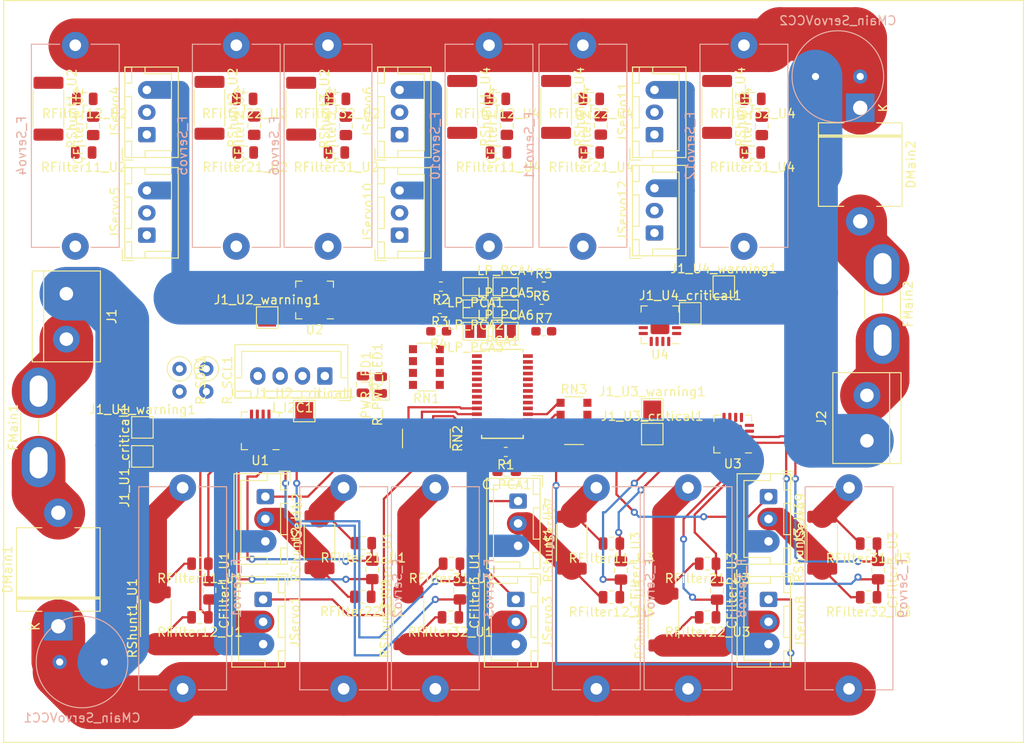
<source format=kicad_pcb>
(kicad_pcb (version 20171130) (host pcbnew "(5.1.4)-1")
  (layers (0 F.Cu signal) (31 B.Cu signal) (34 B.Paste user) (35 F.Paste user) (36 B.SilkS user) (37 F.SilkS user) (38 B.Mask user) (39 F.Mask user) (44 Edge.Cuts user))
  (net 0 "")
  (net 1 INA_VCC)
  (net 2 GND)
  (net 3 U1_IN-1)
  (net 4 U1_IN+1)
  (net 5 U2_IN-1)
  (net 6 U2_IN+1)
  (net 7 U3_IN+1)
  (net 8 U3_IN-1)
  (net 9 U4_IN+1)
  (net 10 U4_IN-1)
  (net 11 U1_IN+2)
  (net 12 U1_IN-2)
  (net 13 U2_IN+2)
  (net 14 U2_IN-2)
  (net 15 U3_IN-2)
  (net 16 U3_IN+2)
  (net 17 U4_IN+2)
  (net 18 U4_IN-2)
  (net 19 U1_IN-3)
  (net 20 U1_IN+3)
  (net 21 U2_IN-3)
  (net 22 U2_IN+3)
  (net 23 U3_IN-3)
  (net 24 U3_IN+3)
  (net 25 U4_IN+3)
  (net 26 U4_IN-3)
  (net 27 Servo_VCC1)
  (net 28 "Net-(DMain1-Pad2)")
  (net 29 "Net-(F_Servo1-Pad2)")
  (net 30 "Net-(F_Servo2-Pad2)")
  (net 31 "Net-(F_Servo3-Pad2)")
  (net 32 "Net-(F_Servo4-Pad2)")
  (net 33 "Net-(F_Servo5-Pad2)")
  (net 34 "Net-(F_Servo6-Pad2)")
  (net 35 "Net-(F_Servo7-Pad2)")
  (net 36 Servo_VCC2)
  (net 37 "Net-(F_Servo8-Pad2)")
  (net 38 "Net-(F_Servo9-Pad2)")
  (net 39 "Net-(F_Servo10-Pad2)")
  (net 40 "Net-(F_Servo11-Pad2)")
  (net 41 "Net-(F_Servo12-Pad2)")
  (net 42 "Net-(FMain1-Pad2)")
  (net 43 Servo_GND1)
  (net 44 U1_WARNING)
  (net 45 U1_CRITICAL)
  (net 46 U2_CRITICAL)
  (net 47 U2_WARNING)
  (net 48 U3_WARNING)
  (net 49 U3_CRITICAL)
  (net 50 U4_CRITICAL)
  (net 51 U4_WARNING)
  (net 52 SCL)
  (net 53 SDA)
  (net 54 PWM_Servo1)
  (net 55 Servo1_VCC)
  (net 56 PWM_Servo2)
  (net 57 Servo2_VCC)
  (net 58 Servo3_VCC)
  (net 59 PWM_Servo3)
  (net 60 PWM_Servo4)
  (net 61 Servo4_VCC)
  (net 62 Servo5_VCC)
  (net 63 PWM_Servo5)
  (net 64 PWM_Servo6)
  (net 65 Servo6_VCC)
  (net 66 Servo7_VCC)
  (net 67 Servo_GND2)
  (net 68 PWM_Servo7)
  (net 69 Servo8_VCC)
  (net 70 PWM_Servo8)
  (net 71 PWM_Servo9)
  (net 72 Servo9_VCC)
  (net 73 Servo10_VCC)
  (net 74 PWM_Servo10)
  (net 75 PWM_Servo11)
  (net 76 Servo11_VCC)
  (net 77 Servo12_VCC)
  (net 78 PWM_Servo12)
  (net 79 "Net-(LP_PCA1-Pad2)")
  (net 80 "Net-(LP_PCA2-Pad2)")
  (net 81 "Net-(LP_PCA3-Pad2)")
  (net 82 "Net-(LP_PCA4-Pad2)")
  (net 83 "Net-(LP_PCA5-Pad2)")
  (net 84 "Net-(PCA1-Pad6)")
  (net 85 "Net-(PCA1-Pad7)")
  (net 86 "Net-(PCA1-Pad8)")
  (net 87 "Net-(PCA1-Pad9)")
  (net 88 "Net-(PCA1-Pad10)")
  (net 89 "Net-(PCA1-Pad11)")
  (net 90 "Net-(PCA1-Pad12)")
  (net 91 "Net-(PCA1-Pad13)")
  (net 92 "Net-(PCA1-Pad15)")
  (net 93 "Net-(PCA1-Pad16)")
  (net 94 "Net-(PCA1-Pad17)")
  (net 95 "Net-(PCA1-Pad18)")
  (net 96 "Net-(PCA1-Pad19)")
  (net 97 "Net-(PCA1-Pad20)")
  (net 98 "Net-(PCA1-Pad21)")
  (net 99 "Net-(PCA1-Pad22)")
  (net 100 "Net-(PCA1-Pad23)")
  (net 101 "Net-(PWR_LED1-Pad1)")
  (net 102 SCA)
  (net 103 "Net-(DMain2-Pad2)")
  (net 104 "Net-(FMain2-Pad2)")
  (net 105 "Net-(LP_PCA6-Pad2)")
  (net 106 "Net-(U1-Pad17)")
  (net 107 "Net-(U2-Pad17)")
  (net 108 "Net-(U3-Pad17)")
  (net 109 "Net-(U4-Pad17)")
  (net 110 "Net-(U1-Pad16)")
  (net 111 "Net-(U1-Pad13)")
  (net 112 "Net-(U1-Pad10)")
  (net 113 "Net-(U2-Pad10)")
  (net 114 "Net-(U2-Pad13)")
  (net 115 "Net-(U2-Pad16)")
  (net 116 "Net-(U3-Pad16)")
  (net 117 "Net-(U3-Pad13)")
  (net 118 "Net-(U3-Pad10)")
  (net 119 "Net-(U4-Pad10)")
  (net 120 "Net-(U4-Pad13)")
  (net 121 "Net-(U4-Pad16)")
  (module Resistor_THT:R_Axial_DIN0207_L6.3mm_D2.5mm_P2.54mm_Vertical (layer F.Cu) (at 43.65 135.2 270)
    (fp_text reference R_SDA1 (at 1.27 -2.37 90) (layer F.SilkS))
    (fp_text value 10K)
    (pad 2 thru_hole oval (at 2.54 0 270) (size 1.6 1.6) (drill 0.8) (layers *.Cu *.Mask) (net 53 SDA))
    (pad 1 thru_hole circle (at 0 0 270) (size 1.6 1.6) (drill 0.8) (layers *.Cu *.Mask) (net 1 INA_VCC))
  )
  (module Resistor_THT:R_Axial_DIN0207_L6.3mm_D2.5mm_P2.54mm_Vertical (layer F.Cu) (at 46.65 135.2 270)
    (fp_text reference R_SCL1 (at 1.27 -2.37 90) (layer F.SilkS))
    (fp_text value 10K)
    (pad 2 thru_hole oval (at 2.54 0 270) (size 1.6 1.6) (drill 0.8) (layers *.Cu *.Mask) (net 52 SCL))
    (pad 1 thru_hole circle (at 0 0 270) (size 1.6 1.6) (drill 0.8) (layers *.Cu *.Mask) (net 1 INA_VCC))
  )
  (module TestPoint:TestPoint_Pad_2.0x2.0mm (layer F.Cu) (at 104.5 126)
    (fp_text reference J1_U4_warning1 (at 0 -1.998) (layer F.SilkS))
    (fp_text value WRN)
    (pad 1 smd rect (at 0 0) (size 2 2) (layers F.Cu F.Mask) (net 51 U4_WARNING))
  )
  (module TestPoint:TestPoint_Pad_2.0x2.0mm (layer F.Cu) (at 100.75 129)
    (fp_text reference J1_U4_critical1 (at 0 -1.998) (layer F.SilkS))
    (fp_text value CRT)
    (pad 1 smd rect (at 0 0) (size 2 2) (layers F.Cu F.Mask) (net 50 U4_CRITICAL))
  )
  (module TestPoint:TestPoint_Pad_2.0x2.0mm (layer F.Cu) (at 96.5 139.75)
    (fp_text reference J1_U3_warning1 (at 0 -1.998) (layer F.SilkS))
    (fp_text value WRN)
    (pad 1 smd rect (at 0 0) (size 2 2) (layers F.Cu F.Mask) (net 48 U3_WARNING))
  )
  (module TestPoint:TestPoint_Pad_2.0x2.0mm (layer F.Cu) (at 96.5 142.5)
    (fp_text reference J1_U3_critical1 (at 0 -1.998) (layer F.SilkS))
    (fp_text value CRT)
    (pad 1 smd rect (at 0 0) (size 2 2) (layers F.Cu F.Mask) (net 49 U3_CRITICAL))
  )
  (module TestPoint:TestPoint_Pad_2.0x2.0mm (layer F.Cu) (at 53.45 129.47)
    (fp_text reference J1_U2_warning1 (at 0 -1.998) (layer F.SilkS))
    (fp_text value WRN)
    (pad 1 smd rect (at 0 0) (size 2 2) (layers F.Cu F.Mask) (net 47 U2_WARNING))
  )
  (module TestPoint:TestPoint_Pad_2.0x2.0mm (layer F.Cu) (at 57.6 139.92)
    (fp_text reference J1_U2_critical1 (at 0 -1.998) (layer F.SilkS))
    (fp_text value CRT)
    (pad 1 smd rect (at 0 0) (size 2 2) (layers F.Cu F.Mask) (net 46 U2_CRITICAL))
  )
  (module TestPoint:TestPoint_Pad_2.0x2.0mm (layer F.Cu) (at 39.5 141.75)
    (fp_text reference J1_U1_warning1 (at 0 -1.998) (layer F.SilkS))
    (fp_text value WRN)
    (pad 1 smd rect (at 0 0) (size 2 2) (layers F.Cu F.Mask) (net 44 U1_WARNING))
  )
  (module TestPoint:TestPoint_Pad_2.0x2.0mm (layer F.Cu) (at 39.5 145 90)
    (fp_text reference J1_U1_critical1 (at 0 -1.998 90) (layer F.SilkS))
    (fp_text value CRT)
    (pad 1 smd rect (at 0 0 90) (size 2 2) (layers F.Cu F.Mask) (net 45 U1_CRITICAL))
  )
  (module Capacitor_THT:C_Radial_D10.0mm_H16.0mm_P5.00mm (layer B.Cu) (at 119.75 102.5 180)
    (fp_text reference CMain_ServoVCC2 (at 2.5 6.25) (layer B.SilkS) (effects (justify mirror)))
    (fp_text value 2200uF)
    (pad 2 thru_hole circle (at 5 0 180) (size 1.6 1.6) (drill 0.8) (layers *.Cu *.Mask) (net 67 Servo_GND2))
    (pad 1 thru_hole circle (at 0 0 180) (size 1.6 1.6) (drill 0.8) (layers *.Cu *.Mask) (net 36 Servo_VCC2))
  )
  (module Capacitor_THT:C_Radial_D10.0mm_H16.0mm_P5.00mm (layer B.Cu) (at 30.25 168)
    (fp_text reference CMain_ServoVCC1 (at 2.5 6.25 -180) (layer B.SilkS) (effects (justify mirror)))
    (fp_text value 2200uF)
    (pad 2 thru_hole circle (at 5 0) (size 1.6 1.6) (drill 0.8) (layers *.Cu *.Mask) (net 43 Servo_GND1))
    (pad 1 thru_hole circle (at 0 0) (size 1.6 1.6) (drill 0.8) (layers *.Cu *.Mask) (net 27 Servo_VCC1))
  )
  (module SpotMicroAI:Fuseholder_Cylinder-5x20mm_Schurter_0031_8201_Horizontal_Open (layer B.Cu) (at 106.75 99 270)
    (fp_text reference F_Servo12 (at 11.25 6 90) (layer B.SilkS) (effects (justify mirror)))
    (fp_text value 5A)
    (pad 2 thru_hole circle (at 22.5 0 270) (size 3 3) (drill 1.3) (layers *.Cu *.Mask) (net 41 "Net-(F_Servo12-Pad2)"))
    (pad 1 thru_hole circle (at 0 0 270) (size 3 3) (drill 1.3) (layers *.Cu *.Mask) (net 36 Servo_VCC2))
  )
  (module SpotMicroAI:Fuseholder_Cylinder-5x20mm_Schurter_0031_8201_Horizontal_Open (layer B.Cu) (at 88.75 99 270)
    (fp_text reference F_Servo11 (at 11.25 6 90) (layer B.SilkS) (effects (justify mirror)))
    (fp_text value 5A)
    (pad 2 thru_hole circle (at 22.5 0 270) (size 3 3) (drill 1.3) (layers *.Cu *.Mask) (net 40 "Net-(F_Servo11-Pad2)"))
    (pad 1 thru_hole circle (at 0 0 270) (size 3 3) (drill 1.3) (layers *.Cu *.Mask) (net 36 Servo_VCC2))
  )
  (module SpotMicroAI:Fuseholder_Cylinder-5x20mm_Schurter_0031_8201_Horizontal_Open (layer B.Cu) (at 78.25 99 270)
    (fp_text reference F_Servo10 (at 11.25 6 90) (layer B.SilkS) (effects (justify mirror)))
    (fp_text value 5A)
    (pad 2 thru_hole circle (at 22.5 0 270) (size 3 3) (drill 1.3) (layers *.Cu *.Mask) (net 39 "Net-(F_Servo10-Pad2)"))
    (pad 1 thru_hole circle (at 0 0 270) (size 3 3) (drill 1.3) (layers *.Cu *.Mask) (net 36 Servo_VCC2))
  )
  (module SpotMicroAI:Fuseholder_Cylinder-5x20mm_Schurter_0031_8201_Horizontal_Open (layer B.Cu) (at 118.5 171 90)
    (fp_text reference F_Servo9 (at 11.25 6 90) (layer B.SilkS) (effects (justify mirror)))
    (fp_text value 5A)
    (pad 2 thru_hole circle (at 22.5 0 90) (size 3 3) (drill 1.3) (layers *.Cu *.Mask) (net 38 "Net-(F_Servo9-Pad2)"))
    (pad 1 thru_hole circle (at 0 0 90) (size 3 3) (drill 1.3) (layers *.Cu *.Mask) (net 27 Servo_VCC1))
  )
  (module SpotMicroAI:Fuseholder_Cylinder-5x20mm_Schurter_0031_8201_Horizontal_Open (layer B.Cu) (at 100.5 171 90)
    (fp_text reference F_Servo8 (at 11.25 6 90) (layer B.SilkS) (effects (justify mirror)))
    (fp_text value 5A)
    (pad 2 thru_hole circle (at 22.5 0 90) (size 3 3) (drill 1.3) (layers *.Cu *.Mask) (net 37 "Net-(F_Servo8-Pad2)"))
    (pad 1 thru_hole circle (at 0 0 90) (size 3 3) (drill 1.3) (layers *.Cu *.Mask) (net 27 Servo_VCC1))
  )
  (module SpotMicroAI:Fuseholder_Cylinder-5x20mm_Schurter_0031_8201_Horizontal_Open (layer B.Cu) (at 90.25 171 90)
    (fp_text reference F_Servo7 (at 11.25 6 90) (layer B.SilkS) (effects (justify mirror)))
    (fp_text value 5A)
    (pad 2 thru_hole circle (at 22.5 0 90) (size 3 3) (drill 1.3) (layers *.Cu *.Mask) (net 35 "Net-(F_Servo7-Pad2)"))
    (pad 1 thru_hole circle (at 0 0 90) (size 3 3) (drill 1.3) (layers *.Cu *.Mask) (net 27 Servo_VCC1))
  )
  (module SpotMicroAI:Fuseholder_Cylinder-5x20mm_Schurter_0031_8201_Horizontal_Open (layer B.Cu) (at 60.25 99 270)
    (fp_text reference F_Servo6 (at 11.25 6 90) (layer B.SilkS) (effects (justify mirror)))
    (fp_text value 5A)
    (pad 2 thru_hole circle (at 22.5 0 270) (size 3 3) (drill 1.3) (layers *.Cu *.Mask) (net 34 "Net-(F_Servo6-Pad2)"))
    (pad 1 thru_hole circle (at 0 0 270) (size 3 3) (drill 1.3) (layers *.Cu *.Mask) (net 36 Servo_VCC2))
  )
  (module SpotMicroAI:Fuseholder_Cylinder-5x20mm_Schurter_0031_8201_Horizontal_Open (layer B.Cu) (at 50 99 270)
    (fp_text reference F_Servo5 (at 11.25 6 90) (layer B.SilkS) (effects (justify mirror)))
    (fp_text value 5A)
    (pad 2 thru_hole circle (at 22.5 0 270) (size 3 3) (drill 1.3) (layers *.Cu *.Mask) (net 33 "Net-(F_Servo5-Pad2)"))
    (pad 1 thru_hole circle (at 0 0 270) (size 3 3) (drill 1.3) (layers *.Cu *.Mask) (net 36 Servo_VCC2))
  )
  (module SpotMicroAI:Fuseholder_Cylinder-5x20mm_Schurter_0031_8201_Horizontal_Open (layer B.Cu) (at 32 99 270)
    (fp_text reference F_Servo4 (at 11.25 6 90) (layer B.SilkS) (effects (justify mirror)))
    (fp_text value 5A)
    (pad 2 thru_hole circle (at 22.5 0 270) (size 3 3) (drill 1.3) (layers *.Cu *.Mask) (net 32 "Net-(F_Servo4-Pad2)"))
    (pad 1 thru_hole circle (at 0 0 270) (size 3 3) (drill 1.3) (layers *.Cu *.Mask) (net 36 Servo_VCC2))
  )
  (module SpotMicroAI:Fuseholder_Cylinder-5x20mm_Schurter_0031_8201_Horizontal_Open (layer B.Cu) (at 72.25 171 90)
    (fp_text reference F_Servo3 (at 11.25 6 90) (layer B.SilkS) (effects (justify mirror)))
    (fp_text value 5A)
    (pad 2 thru_hole circle (at 22.5 0 90) (size 3 3) (drill 1.3) (layers *.Cu *.Mask) (net 31 "Net-(F_Servo3-Pad2)"))
    (pad 1 thru_hole circle (at 0 0 90) (size 3 3) (drill 1.3) (layers *.Cu *.Mask) (net 27 Servo_VCC1))
  )
  (module SpotMicroAI:Fuseholder_Cylinder-5x20mm_Schurter_0031_8201_Horizontal_Open (layer B.Cu) (at 62 171 90)
    (fp_text reference F_Servo2 (at 11.25 6 90) (layer B.SilkS) (effects (justify mirror)))
    (fp_text value 5A)
    (pad 2 thru_hole circle (at 22.5 0 90) (size 3 3) (drill 1.3) (layers *.Cu *.Mask) (net 30 "Net-(F_Servo2-Pad2)"))
    (pad 1 thru_hole circle (at 0 0 90) (size 3 3) (drill 1.3) (layers *.Cu *.Mask) (net 27 Servo_VCC1))
  )
  (module SpotMicroAI:Fuseholder_Cylinder-5x20mm_Schurter_0031_8201_Horizontal_Open (layer B.Cu) (at 44 171 90)
    (fp_text reference F_Servo1 (at 11.25 6 90) (layer B.SilkS) (effects (justify mirror)))
    (fp_text value 5A)
    (pad 2 thru_hole circle (at 22.5 0 90) (size 3 3) (drill 1.3) (layers *.Cu *.Mask) (net 29 "Net-(F_Servo1-Pad2)"))
    (pad 1 thru_hole circle (at 0 0 90) (size 3 3) (drill 1.3) (layers *.Cu *.Mask) (net 27 Servo_VCC1))
  )
  (module TerminalBlock:TerminalBlock_bornier-2_P5.08mm (layer F.Cu) (at 120.5 143.25 90)
    (fp_text reference J2 (at 2.54 -5.08 90) (layer F.SilkS))
    (fp_text value Screw_Terminal_01x02)
    (pad 2 thru_hole circle (at 5.08 0 90) (size 3 3) (drill 1.52) (layers *.Cu *.Mask) (net 104 "Net-(FMain2-Pad2)"))
    (pad 1 thru_hole rect (at 0 0 90) (size 3 3) (drill 1.52) (layers *.Cu *.Mask) (net 67 Servo_GND2))
  )
  (module Fuse:Fuse_Blade_Mini_directSolder (layer F.Cu) (at 122.25 124 270)
    (fp_text reference FMain2 (at 3.95 -2.85 90) (layer F.SilkS))
    (fp_text value 20A)
    (pad 2 thru_hole oval (at 8 0 270) (size 5.3 3.8) (drill oval 3.5 2) (layers *.Cu *.Mask) (net 104 "Net-(FMain2-Pad2)"))
    (pad 1 thru_hole oval (at 0 0 270) (size 5.5 3.8) (drill oval 3.5 2) (layers *.Cu *.Mask) (net 103 "Net-(DMain2-Pad2)"))
  )
  (module Diode_THT:D_P600_R-6_P12.70mm_Horizontal (layer F.Cu) (at 119.75 106 270)
    (fp_text reference DMain2 (at 6.35 -5.67 90) (layer F.SilkS))
    (fp_text value "Schottky 30V25A")
    (fp_text user K (at 0 -2.6 90) (layer F.SilkS))
    (pad 2 thru_hole oval (at 12.7 0 270) (size 3.2 3.2) (drill 1.6) (layers *.Cu *.Mask) (net 103 "Net-(DMain2-Pad2)"))
    (pad 1 thru_hole rect (at 0 0 270) (size 3.2 3.2) (drill 1.6) (layers *.Cu *.Mask) (net 36 Servo_VCC2))
  )
  (module Capacitor_SMD:C_0805_2012Metric_Pad1.15x1.40mm_HandSolder (layer F.Cu) (at 80.225 146.5 180)
    (fp_text reference C_PCA1 (at 0 -1.65) (layer F.SilkS))
    (fp_text value 10uF)
    (pad 1 smd roundrect (at -1.025 0 180) (size 1.15 1.4) (layers F.Cu F.Paste F.Mask) (roundrect_rratio 0.217391) (net 1 INA_VCC))
    (pad 2 smd roundrect (at 1.025 0 180) (size 1.15 1.4) (layers F.Cu F.Paste F.Mask) (roundrect_rratio 0.217391) (net 2 GND))
  )
  (module Capacitor_SMD:C_0805_2012Metric_Pad1.15x1.40mm_HandSolder (layer F.Cu) (at 47 159.975 270)
    (fp_text reference CFilter1_U1 (at 0 -1.65 90) (layer F.SilkS))
    (fp_text value 1uF)
    (pad 2 smd roundrect (at 1.025 0 270) (size 1.15 1.4) (layers F.Cu F.Paste F.Mask) (roundrect_rratio 0.217391) (net 3 U1_IN-1))
    (pad 1 smd roundrect (at -1.025 0 270) (size 1.15 1.4) (layers F.Cu F.Paste F.Mask) (roundrect_rratio 0.217391) (net 4 U1_IN+1))
  )
  (module Capacitor_SMD:C_0805_2012Metric_Pad1.15x1.40mm_HandSolder (layer F.Cu) (at 34 108.025 90)
    (fp_text reference CFilter1_U2 (at 0 -1.65 90) (layer F.SilkS))
    (fp_text value 1uF)
    (pad 2 smd roundrect (at 1.025 0 90) (size 1.15 1.4) (layers F.Cu F.Paste F.Mask) (roundrect_rratio 0.217391) (net 5 U2_IN-1))
    (pad 1 smd roundrect (at -1.025 0 90) (size 1.15 1.4) (layers F.Cu F.Paste F.Mask) (roundrect_rratio 0.217391) (net 6 U2_IN+1))
  )
  (module Capacitor_SMD:C_0805_2012Metric_Pad1.15x1.40mm_HandSolder (layer F.Cu) (at 93 157.75 270)
    (fp_text reference CFilter1_U3 (at 0 -1.65 90) (layer F.SilkS))
    (fp_text value 1uF)
    (pad 1 smd roundrect (at -1.025 0 270) (size 1.15 1.4) (layers F.Cu F.Paste F.Mask) (roundrect_rratio 0.217391) (net 7 U3_IN+1))
    (pad 2 smd roundrect (at 1.025 0 270) (size 1.15 1.4) (layers F.Cu F.Paste F.Mask) (roundrect_rratio 0.217391) (net 8 U3_IN-1))
  )
  (module Capacitor_SMD:C_0805_2012Metric_Pad1.15x1.40mm_HandSolder (layer F.Cu) (at 80.25 108 90)
    (fp_text reference CFilter1_U4 (at 0 -1.65 90) (layer F.SilkS))
    (fp_text value 1uF)
    (pad 1 smd roundrect (at -1.025 0 90) (size 1.15 1.4) (layers F.Cu F.Paste F.Mask) (roundrect_rratio 0.217391) (net 9 U4_IN+1))
    (pad 2 smd roundrect (at 1.025 0 90) (size 1.15 1.4) (layers F.Cu F.Paste F.Mask) (roundrect_rratio 0.217391) (net 10 U4_IN-1))
  )
  (module Capacitor_SMD:C_0805_2012Metric_Pad1.15x1.40mm_HandSolder (layer F.Cu) (at 65.2 157.7 270)
    (fp_text reference CFilter2_U1 (at 0 -1.65 90) (layer F.SilkS))
    (fp_text value 1uF)
    (pad 1 smd roundrect (at -1.025 0 270) (size 1.15 1.4) (layers F.Cu F.Paste F.Mask) (roundrect_rratio 0.217391) (net 11 U1_IN+2))
    (pad 2 smd roundrect (at 1.025 0 270) (size 1.15 1.4) (layers F.Cu F.Paste F.Mask) (roundrect_rratio 0.217391) (net 12 U1_IN-2))
  )
  (module Capacitor_SMD:C_0805_2012Metric_Pad1.15x1.40mm_HandSolder (layer F.Cu) (at 52 108 90)
    (fp_text reference CFilter2_U2 (at 0 -1.65 90) (layer F.SilkS))
    (fp_text value 1uF)
    (pad 1 smd roundrect (at -1.025 0 90) (size 1.15 1.4) (layers F.Cu F.Paste F.Mask) (roundrect_rratio 0.217391) (net 13 U2_IN+2))
    (pad 2 smd roundrect (at 1.025 0 90) (size 1.15 1.4) (layers F.Cu F.Paste F.Mask) (roundrect_rratio 0.217391) (net 14 U2_IN-2))
  )
  (module Capacitor_SMD:C_0805_2012Metric_Pad1.15x1.40mm_HandSolder (layer F.Cu) (at 103.75 160 270)
    (fp_text reference CFilter2_U3 (at 0 -1.65 90) (layer F.SilkS))
    (fp_text value 1uF)
    (pad 2 smd roundrect (at 1.025 0 270) (size 1.15 1.4) (layers F.Cu F.Paste F.Mask) (roundrect_rratio 0.217391) (net 15 U3_IN-2))
    (pad 1 smd roundrect (at -1.025 0 270) (size 1.15 1.4) (layers F.Cu F.Paste F.Mask) (roundrect_rratio 0.217391) (net 16 U3_IN+2))
  )
  (module Capacitor_SMD:C_0805_2012Metric_Pad1.15x1.40mm_HandSolder (layer F.Cu) (at 90.75 107.975 90)
    (fp_text reference CFilter2_U4 (at 0 -1.65 90) (layer F.SilkS))
    (fp_text value 1uF)
    (pad 1 smd roundrect (at -1.025 0 90) (size 1.15 1.4) (layers F.Cu F.Paste F.Mask) (roundrect_rratio 0.217391) (net 17 U4_IN+2))
    (pad 2 smd roundrect (at 1.025 0 90) (size 1.15 1.4) (layers F.Cu F.Paste F.Mask) (roundrect_rratio 0.217391) (net 18 U4_IN-2))
  )
  (module Capacitor_SMD:C_0805_2012Metric_Pad1.15x1.40mm_HandSolder (layer F.Cu) (at 75 159.975 270)
    (fp_text reference CFilter3_U1 (at 0 -1.65 90) (layer F.SilkS))
    (fp_text value 1uF)
    (pad 2 smd roundrect (at 1.025 0 270) (size 1.15 1.4) (layers F.Cu F.Paste F.Mask) (roundrect_rratio 0.217391) (net 19 U1_IN-3))
    (pad 1 smd roundrect (at -1.025 0 270) (size 1.15 1.4) (layers F.Cu F.Paste F.Mask) (roundrect_rratio 0.217391) (net 20 U1_IN+3))
  )
  (module Capacitor_SMD:C_0805_2012Metric_Pad1.15x1.40mm_HandSolder (layer F.Cu) (at 62.25 108.025 90)
    (fp_text reference CFilter3_U2 (at 0 -1.65 90) (layer F.SilkS))
    (fp_text value 1uF)
    (pad 2 smd roundrect (at 1.025 0 90) (size 1.15 1.4) (layers F.Cu F.Paste F.Mask) (roundrect_rratio 0.217391) (net 21 U2_IN-3))
    (pad 1 smd roundrect (at -1.025 0 90) (size 1.15 1.4) (layers F.Cu F.Paste F.Mask) (roundrect_rratio 0.217391) (net 22 U2_IN+3))
  )
  (module Capacitor_SMD:C_0805_2012Metric_Pad1.15x1.40mm_HandSolder (layer F.Cu) (at 121.75 157.725 270)
    (fp_text reference CFilter3_U3 (at 0 -1.65 90) (layer F.SilkS))
    (fp_text value 1uF)
    (pad 2 smd roundrect (at 1.025 0 270) (size 1.15 1.4) (layers F.Cu F.Paste F.Mask) (roundrect_rratio 0.217391) (net 23 U3_IN-3))
    (pad 1 smd roundrect (at -1.025 0 270) (size 1.15 1.4) (layers F.Cu F.Paste F.Mask) (roundrect_rratio 0.217391) (net 24 U3_IN+3))
  )
  (module Capacitor_SMD:C_0805_2012Metric_Pad1.15x1.40mm_HandSolder (layer F.Cu) (at 108.75 108.025 90)
    (fp_text reference CFilter3_U4 (at 0 -1.65 90) (layer F.SilkS))
    (fp_text value 1uF)
    (pad 1 smd roundrect (at -1.025 0 90) (size 1.15 1.4) (layers F.Cu F.Paste F.Mask) (roundrect_rratio 0.217391) (net 25 U4_IN+3))
    (pad 2 smd roundrect (at 1.025 0 90) (size 1.15 1.4) (layers F.Cu F.Paste F.Mask) (roundrect_rratio 0.217391) (net 26 U4_IN-3))
  )
  (module Diode_THT:D_P600_R-6_P12.70mm_Horizontal (layer F.Cu) (at 30.1 164 90)
    (fp_text reference DMain1 (at 6.35 -5.67 90) (layer F.SilkS))
    (fp_text value "Schottky 30V25A")
    (fp_text user K (at 0 -2.6 90) (layer F.SilkS))
    (pad 1 thru_hole rect (at 0 0 90) (size 3.2 3.2) (drill 1.6) (layers *.Cu *.Mask) (net 27 Servo_VCC1))
    (pad 2 thru_hole oval (at 12.7 0 90) (size 3.2 3.2) (drill 1.6) (layers *.Cu *.Mask) (net 28 "Net-(DMain1-Pad2)"))
  )
  (module Fuse:Fuse_Blade_Mini_directSolder (layer F.Cu) (at 27.9 145.7 90)
    (fp_text reference FMain1 (at 3.95 -2.85 90) (layer F.SilkS))
    (fp_text value 20A)
    (pad 1 thru_hole oval (at 0 0 90) (size 5.5 3.8) (drill oval 3.5 2) (layers *.Cu *.Mask) (net 28 "Net-(DMain1-Pad2)"))
    (pad 2 thru_hole oval (at 8 0 90) (size 5.3 3.8) (drill oval 3.5 2) (layers *.Cu *.Mask) (net 42 "Net-(FMain1-Pad2)"))
  )
  (module TerminalBlock:TerminalBlock_bornier-2_P5.08mm (layer F.Cu) (at 31 126.8 270)
    (fp_text reference J1 (at 2.54 -5.08 90) (layer F.SilkS))
    (fp_text value Screw_Terminal_01x02)
    (pad 1 thru_hole rect (at 0 0 270) (size 3 3) (drill 1.52) (layers *.Cu *.Mask) (net 43 Servo_GND1))
    (pad 2 thru_hole circle (at 5.08 0 270) (size 3 3) (drill 1.52) (layers *.Cu *.Mask) (net 42 "Net-(FMain1-Pad2)"))
  )
  (module Connector_JST:JST_XH_B4B-XH-A_1x04_P2.50mm_Vertical (layer F.Cu) (at 59.9 136 180)
    (fp_text reference J_I2C1 (at 3.75 -3.55) (layer F.SilkS))
    (fp_text value Conn_01x04)
    (pad 1 thru_hole roundrect (at 0 0 180) (size 1.7 1.95) (drill 0.95) (layers *.Cu *.Mask) (roundrect_rratio 0.147059) (net 1 INA_VCC))
    (pad 2 thru_hole oval (at 2.5 0 180) (size 1.7 1.95) (drill 0.95) (layers *.Cu *.Mask) (net 2 GND))
    (pad 3 thru_hole oval (at 5 0 180) (size 1.7 1.95) (drill 0.95) (layers *.Cu *.Mask) (net 52 SCL))
    (pad 4 thru_hole oval (at 7.5 0 180) (size 1.7 1.95) (drill 0.95) (layers *.Cu *.Mask) (net 53 SDA))
  )
  (module Connector_JST:JST_XH_B3B-XH-A_1x03_P2.50mm_Vertical (layer F.Cu) (at 53 161 270)
    (fp_text reference JServo1 (at 2.5 -3.55 90) (layer F.SilkS))
    (fp_text value Conn_01x03)
    (pad 1 thru_hole roundrect (at 0 0 270) (size 1.7 1.95) (drill 0.95) (layers *.Cu *.Mask) (roundrect_rratio 0.147059) (net 54 PWM_Servo1))
    (pad 2 thru_hole oval (at 2.5 0 270) (size 1.7 1.95) (drill 0.95) (layers *.Cu *.Mask) (net 55 Servo1_VCC))
    (pad 3 thru_hole oval (at 5 0 270) (size 1.7 1.95) (drill 0.95) (layers *.Cu *.Mask) (net 43 Servo_GND1))
  )
  (module Connector_JST:JST_XH_B3B-XH-A_1x03_P2.50mm_Vertical (layer F.Cu) (at 53.25 149.5 270)
    (fp_text reference JServo2 (at 2.5 -3.55 90) (layer F.SilkS))
    (fp_text value Conn_01x03)
    (pad 1 thru_hole roundrect (at 0 0 270) (size 1.7 1.95) (drill 0.95) (layers *.Cu *.Mask) (roundrect_rratio 0.147059) (net 56 PWM_Servo2))
    (pad 2 thru_hole oval (at 2.5 0 270) (size 1.7 1.95) (drill 0.95) (layers *.Cu *.Mask) (net 57 Servo2_VCC))
    (pad 3 thru_hole oval (at 5 0 270) (size 1.7 1.95) (drill 0.95) (layers *.Cu *.Mask) (net 43 Servo_GND1))
  )
  (module Connector_JST:JST_XH_B3B-XH-A_1x03_P2.50mm_Vertical (layer F.Cu) (at 81.25 161 270)
    (fp_text reference JServo3 (at 2.5 -3.55 90) (layer F.SilkS))
    (fp_text value Conn_01x03)
    (pad 3 thru_hole oval (at 5 0 270) (size 1.7 1.95) (drill 0.95) (layers *.Cu *.Mask) (net 43 Servo_GND1))
    (pad 2 thru_hole oval (at 2.5 0 270) (size 1.7 1.95) (drill 0.95) (layers *.Cu *.Mask) (net 58 Servo3_VCC))
    (pad 1 thru_hole roundrect (at 0 0 270) (size 1.7 1.95) (drill 0.95) (layers *.Cu *.Mask) (roundrect_rratio 0.147059) (net 59 PWM_Servo3))
  )
  (module Connector_JST:JST_XH_B3B-XH-A_1x03_P2.50mm_Vertical (layer F.Cu) (at 40 109 90)
    (fp_text reference JServo4 (at 2.5 -3.55 90) (layer F.SilkS))
    (fp_text value Conn_01x03)
    (pad 1 thru_hole roundrect (at 0 0 90) (size 1.7 1.95) (drill 0.95) (layers *.Cu *.Mask) (roundrect_rratio 0.147059) (net 60 PWM_Servo4))
    (pad 2 thru_hole oval (at 2.5 0 90) (size 1.7 1.95) (drill 0.95) (layers *.Cu *.Mask) (net 61 Servo4_VCC))
    (pad 3 thru_hole oval (at 5 0 90) (size 1.7 1.95) (drill 0.95) (layers *.Cu *.Mask) (net 67 Servo_GND2))
  )
  (module Connector_JST:JST_XH_B3B-XH-A_1x03_P2.50mm_Vertical (layer F.Cu) (at 40 120.25 90)
    (fp_text reference JServo5 (at 2.5 -3.55 90) (layer F.SilkS))
    (fp_text value Conn_01x03)
    (pad 3 thru_hole oval (at 5 0 90) (size 1.7 1.95) (drill 0.95) (layers *.Cu *.Mask) (net 67 Servo_GND2))
    (pad 2 thru_hole oval (at 2.5 0 90) (size 1.7 1.95) (drill 0.95) (layers *.Cu *.Mask) (net 62 Servo5_VCC))
    (pad 1 thru_hole roundrect (at 0 0 90) (size 1.7 1.95) (drill 0.95) (layers *.Cu *.Mask) (roundrect_rratio 0.147059) (net 63 PWM_Servo5))
  )
  (module Connector_JST:JST_XH_B3B-XH-A_1x03_P2.50mm_Vertical (layer F.Cu) (at 68.25 109 90)
    (fp_text reference JServo6 (at 2.5 -3.55 90) (layer F.SilkS))
    (fp_text value Conn_01x03)
    (pad 1 thru_hole roundrect (at 0 0 90) (size 1.7 1.95) (drill 0.95) (layers *.Cu *.Mask) (roundrect_rratio 0.147059) (net 64 PWM_Servo6))
    (pad 2 thru_hole oval (at 2.5 0 90) (size 1.7 1.95) (drill 0.95) (layers *.Cu *.Mask) (net 65 Servo6_VCC))
    (pad 3 thru_hole oval (at 5 0 90) (size 1.7 1.95) (drill 0.95) (layers *.Cu *.Mask) (net 67 Servo_GND2))
  )
  (module Connector_JST:JST_XH_B3B-XH-A_1x03_P2.50mm_Vertical (layer F.Cu) (at 81.5 150 270)
    (fp_text reference JServo7 (at 2.5 -3.55 90) (layer F.SilkS))
    (fp_text value Conn_01x03)
    (pad 3 thru_hole oval (at 5 0 270) (size 1.7 1.95) (drill 0.95) (layers *.Cu *.Mask) (net 43 Servo_GND1))
    (pad 2 thru_hole oval (at 2.5 0 270) (size 1.7 1.95) (drill 0.95) (layers *.Cu *.Mask) (net 66 Servo7_VCC))
    (pad 1 thru_hole roundrect (at 0 0 270) (size 1.7 1.95) (drill 0.95) (layers *.Cu *.Mask) (roundrect_rratio 0.147059) (net 68 PWM_Servo7))
  )
  (module Connector_JST:JST_XH_B3B-XH-A_1x03_P2.50mm_Vertical (layer F.Cu) (at 109.5 161 270)
    (fp_text reference JServo8 (at 2.5 -3.55 90) (layer F.SilkS))
    (fp_text value Conn_01x03)
    (pad 3 thru_hole oval (at 5 0 270) (size 1.7 1.95) (drill 0.95) (layers *.Cu *.Mask) (net 43 Servo_GND1))
    (pad 2 thru_hole oval (at 2.5 0 270) (size 1.7 1.95) (drill 0.95) (layers *.Cu *.Mask) (net 69 Servo8_VCC))
    (pad 1 thru_hole roundrect (at 0 0 270) (size 1.7 1.95) (drill 0.95) (layers *.Cu *.Mask) (roundrect_rratio 0.147059) (net 70 PWM_Servo8))
  )
  (module Connector_JST:JST_XH_B3B-XH-A_1x03_P2.50mm_Vertical (layer F.Cu) (at 109.5 149.5 270)
    (fp_text reference JServo9 (at 2.5 -3.55 90) (layer F.SilkS))
    (fp_text value Conn_01x03)
    (pad 1 thru_hole roundrect (at 0 0 270) (size 1.7 1.95) (drill 0.95) (layers *.Cu *.Mask) (roundrect_rratio 0.147059) (net 71 PWM_Servo9))
    (pad 2 thru_hole oval (at 2.5 0 270) (size 1.7 1.95) (drill 0.95) (layers *.Cu *.Mask) (net 72 Servo9_VCC))
    (pad 3 thru_hole oval (at 5 0 270) (size 1.7 1.95) (drill 0.95) (layers *.Cu *.Mask) (net 43 Servo_GND1))
  )
  (module Connector_JST:JST_XH_B3B-XH-A_1x03_P2.50mm_Vertical (layer F.Cu) (at 68.25 120.25 90)
    (fp_text reference JServo10 (at 2.5 -3.55 90) (layer F.SilkS))
    (fp_text value Conn_01x03)
    (pad 3 thru_hole oval (at 5 0 90) (size 1.7 1.95) (drill 0.95) (layers *.Cu *.Mask) (net 67 Servo_GND2))
    (pad 2 thru_hole oval (at 2.5 0 90) (size 1.7 1.95) (drill 0.95) (layers *.Cu *.Mask) (net 73 Servo10_VCC))
    (pad 1 thru_hole roundrect (at 0 0 90) (size 1.7 1.95) (drill 0.95) (layers *.Cu *.Mask) (roundrect_rratio 0.147059) (net 74 PWM_Servo10))
  )
  (module Connector_JST:JST_XH_B3B-XH-A_1x03_P2.50mm_Vertical (layer F.Cu) (at 96.75 109 90)
    (fp_text reference JServo11 (at 2.5 -3.55 90) (layer F.SilkS))
    (fp_text value Conn_01x03)
    (pad 1 thru_hole roundrect (at 0 0 90) (size 1.7 1.95) (drill 0.95) (layers *.Cu *.Mask) (roundrect_rratio 0.147059) (net 75 PWM_Servo11))
    (pad 2 thru_hole oval (at 2.5 0 90) (size 1.7 1.95) (drill 0.95) (layers *.Cu *.Mask) (net 76 Servo11_VCC))
    (pad 3 thru_hole oval (at 5 0 90) (size 1.7 1.95) (drill 0.95) (layers *.Cu *.Mask) (net 67 Servo_GND2))
  )
  (module Connector_JST:JST_XH_B3B-XH-A_1x03_P2.50mm_Vertical (layer F.Cu) (at 96.75 120 90)
    (fp_text reference JServo12 (at 2.5 -3.55 90) (layer F.SilkS))
    (fp_text value Conn_01x03)
    (pad 3 thru_hole oval (at 5 0 90) (size 1.7 1.95) (drill 0.95) (layers *.Cu *.Mask) (net 67 Servo_GND2))
    (pad 2 thru_hole oval (at 2.5 0 90) (size 1.7 1.95) (drill 0.95) (layers *.Cu *.Mask) (net 77 Servo12_VCC))
    (pad 1 thru_hole roundrect (at 0 0 90) (size 1.7 1.95) (drill 0.95) (layers *.Cu *.Mask) (roundrect_rratio 0.147059) (net 78 PWM_Servo12))
  )
  (module Jumper:SolderJumper-2_P1.3mm_Open_Pad1.0x1.5mm (layer F.Cu) (at 76.75 126 180)
    (fp_text reference LP_PCA1 (at 0 -1.8) (layer F.SilkS))
    (fp_text value A0)
    (pad 2 smd rect (at 0.65 0 180) (size 1 1.5) (layers F.Cu F.Mask) (net 79 "Net-(LP_PCA1-Pad2)"))
    (pad 1 smd rect (at -0.65 0 180) (size 1 1.5) (layers F.Cu F.Mask) (net 1 INA_VCC))
  )
  (module Jumper:SolderJumper-2_P1.3mm_Open_Pad1.0x1.5mm (layer F.Cu) (at 76.75 128.5 180)
    (fp_text reference LP_PCA2 (at 0 -1.8) (layer F.SilkS))
    (fp_text value A1)
    (pad 2 smd rect (at 0.65 0 180) (size 1 1.5) (layers F.Cu F.Mask) (net 80 "Net-(LP_PCA2-Pad2)"))
    (pad 1 smd rect (at -0.65 0 180) (size 1 1.5) (layers F.Cu F.Mask) (net 1 INA_VCC))
  )
  (module Jumper:SolderJumper-2_P1.3mm_Open_Pad1.0x1.5mm (layer F.Cu) (at 76.75 131 180)
    (fp_text reference LP_PCA3 (at 0 -1.8) (layer F.SilkS))
    (fp_text value A2)
    (pad 1 smd rect (at -0.65 0 180) (size 1 1.5) (layers F.Cu F.Mask) (net 1 INA_VCC))
    (pad 2 smd rect (at 0.65 0 180) (size 1 1.5) (layers F.Cu F.Mask) (net 81 "Net-(LP_PCA3-Pad2)"))
  )
  (module Jumper:SolderJumper-2_P1.3mm_Open_Pad1.0x1.5mm (layer F.Cu) (at 80.1 126)
    (fp_text reference LP_PCA4 (at 0 -1.8) (layer F.SilkS))
    (fp_text value A3)
    (pad 1 smd rect (at -0.65 0) (size 1 1.5) (layers F.Cu F.Mask) (net 1 INA_VCC))
    (pad 2 smd rect (at 0.65 0) (size 1 1.5) (layers F.Cu F.Mask) (net 82 "Net-(LP_PCA4-Pad2)"))
  )
  (module Jumper:SolderJumper-2_P1.3mm_Open_Pad1.0x1.5mm (layer F.Cu) (at 80.1 128.5)
    (fp_text reference LP_PCA5 (at 0 -1.8) (layer F.SilkS))
    (fp_text value A4)
    (pad 2 smd rect (at 0.65 0) (size 1 1.5) (layers F.Cu F.Mask) (net 83 "Net-(LP_PCA5-Pad2)"))
    (pad 1 smd rect (at -0.65 0) (size 1 1.5) (layers F.Cu F.Mask) (net 1 INA_VCC))
  )
  (module Jumper:SolderJumper-2_P1.3mm_Open_Pad1.0x1.5mm (layer F.Cu) (at 80.1 131)
    (fp_text reference LP_PCA6 (at 0 -1.8) (layer F.SilkS))
    (fp_text value A5)
    (pad 1 smd rect (at -0.65 0) (size 1 1.5) (layers F.Cu F.Mask) (net 1 INA_VCC))
    (pad 2 smd rect (at 0.65 0) (size 1 1.5) (layers F.Cu F.Mask) (net 105 "Net-(LP_PCA6-Pad2)"))
  )
  (module Package_SO:TSSOP-28_4.4x9.7mm_P0.65mm (layer F.Cu) (at 79.75 138)
    (fp_text reference PCA1 (at 0 -5.9) (layer F.SilkS))
    (fp_text value PCA9685PW)
    (pad 1 smd rect (at -2.85 -4.225) (size 1.1 0.4) (layers F.Cu F.Paste F.Mask) (net 79 "Net-(LP_PCA1-Pad2)"))
    (pad 2 smd rect (at -2.85 -3.575) (size 1.1 0.4) (layers F.Cu F.Paste F.Mask) (net 80 "Net-(LP_PCA2-Pad2)"))
    (pad 3 smd rect (at -2.85 -2.925) (size 1.1 0.4) (layers F.Cu F.Paste F.Mask) (net 81 "Net-(LP_PCA3-Pad2)"))
    (pad 4 smd rect (at -2.85 -2.275) (size 1.1 0.4) (layers F.Cu F.Paste F.Mask) (net 82 "Net-(LP_PCA4-Pad2)"))
    (pad 5 smd rect (at -2.85 -1.625) (size 1.1 0.4) (layers F.Cu F.Paste F.Mask) (net 83 "Net-(LP_PCA5-Pad2)"))
    (pad 6 smd rect (at -2.85 -0.975) (size 1.1 0.4) (layers F.Cu F.Paste F.Mask) (net 84 "Net-(PCA1-Pad6)"))
    (pad 7 smd rect (at -2.85 -0.325) (size 1.1 0.4) (layers F.Cu F.Paste F.Mask) (net 85 "Net-(PCA1-Pad7)"))
    (pad 8 smd rect (at -2.85 0.325) (size 1.1 0.4) (layers F.Cu F.Paste F.Mask) (net 86 "Net-(PCA1-Pad8)"))
    (pad 9 smd rect (at -2.85 0.975) (size 1.1 0.4) (layers F.Cu F.Paste F.Mask) (net 87 "Net-(PCA1-Pad9)"))
    (pad 10 smd rect (at -2.85 1.625) (size 1.1 0.4) (layers F.Cu F.Paste F.Mask) (net 88 "Net-(PCA1-Pad10)"))
    (pad 11 smd rect (at -2.85 2.275) (size 1.1 0.4) (layers F.Cu F.Paste F.Mask) (net 89 "Net-(PCA1-Pad11)"))
    (pad 12 smd rect (at -2.85 2.925) (size 1.1 0.4) (layers F.Cu F.Paste F.Mask) (net 90 "Net-(PCA1-Pad12)"))
    (pad 13 smd rect (at -2.85 3.575) (size 1.1 0.4) (layers F.Cu F.Paste F.Mask) (net 91 "Net-(PCA1-Pad13)"))
    (pad 14 smd rect (at -2.85 4.225) (size 1.1 0.4) (layers F.Cu F.Paste F.Mask) (net 2 GND))
    (pad 15 smd rect (at 2.85 4.225) (size 1.1 0.4) (layers F.Cu F.Paste F.Mask) (net 92 "Net-(PCA1-Pad15)"))
    (pad 16 smd rect (at 2.85 3.575) (size 1.1 0.4) (layers F.Cu F.Paste F.Mask) (net 93 "Net-(PCA1-Pad16)"))
    (pad 17 smd rect (at 2.85 2.925) (size 1.1 0.4) (layers F.Cu F.Paste F.Mask) (net 94 "Net-(PCA1-Pad17)"))
    (pad 18 smd rect (at 2.85 2.275) (size 1.1 0.4) (layers F.Cu F.Paste F.Mask) (net 95 "Net-(PCA1-Pad18)"))
    (pad 19 smd rect (at 2.85 1.625) (size 1.1 0.4) (layers F.Cu F.Paste F.Mask) (net 96 "Net-(PCA1-Pad19)"))
    (pad 20 smd rect (at 2.85 0.975) (size 1.1 0.4) (layers F.Cu F.Paste F.Mask) (net 97 "Net-(PCA1-Pad20)"))
    (pad 21 smd rect (at 2.85 0.325) (size 1.1 0.4) (layers F.Cu F.Paste F.Mask) (net 98 "Net-(PCA1-Pad21)"))
    (pad 22 smd rect (at 2.85 -0.325) (size 1.1 0.4) (layers F.Cu F.Paste F.Mask) (net 99 "Net-(PCA1-Pad22)"))
    (pad 23 smd rect (at 2.85 -0.975) (size 1.1 0.4) (layers F.Cu F.Paste F.Mask) (net 100 "Net-(PCA1-Pad23)"))
    (pad 24 smd rect (at 2.85 -1.625) (size 1.1 0.4) (layers F.Cu F.Paste F.Mask) (net 105 "Net-(LP_PCA6-Pad2)"))
    (pad 25 smd rect (at 2.85 -2.275) (size 1.1 0.4) (layers F.Cu F.Paste F.Mask) (net 2 GND))
    (pad 26 smd rect (at 2.85 -2.925) (size 1.1 0.4) (layers F.Cu F.Paste F.Mask) (net 52 SCL))
    (pad 27 smd rect (at 2.85 -3.575) (size 1.1 0.4) (layers F.Cu F.Paste F.Mask) (net 53 SDA))
    (pad 28 smd rect (at 2.85 -4.225) (size 1.1 0.4) (layers F.Cu F.Paste F.Mask) (net 1 INA_VCC))
  )
  (module LED_SMD:LED_0805_2012Metric (layer F.Cu) (at 66.15 137.0125 90)
    (fp_text reference PWR_LED1 (at 0 -1.65 90) (layer F.SilkS))
    (fp_text value Green)
    (pad 1 smd roundrect (at -0.9375 0 90) (size 0.975 1.4) (layers F.Cu F.Paste F.Mask) (net 101 "Net-(PWR_LED1-Pad1)"))
    (pad 2 smd roundrect (at 0.9375 0 90) (size 0.975 1.4) (layers F.Cu F.Paste F.Mask) (net 1 INA_VCC))
  )
  (module Resistor_SMD:R_0603_1608Metric_Pad1.05x0.95mm_HandSolder (layer F.Cu) (at 80.125 144.5 180)
    (fp_text reference R1 (at 0 -1.43) (layer F.SilkS))
    (fp_text value 10K)
    (pad 2 smd roundrect (at 0.875 0 180) (size 1.05 0.95) (layers F.Cu F.Paste F.Mask) (net 2 GND))
    (pad 1 smd roundrect (at -0.875 0 180) (size 1.05 0.95) (layers F.Cu F.Paste F.Mask) (net 100 "Net-(PCA1-Pad23)"))
  )
  (module Resistor_SMD:R_0603_1608Metric_Pad1.05x0.95mm_HandSolder (layer F.Cu) (at 72.875 126 180)
    (fp_text reference R2 (at 0 -1.43) (layer F.SilkS))
    (fp_text value 10K)
    (pad 1 smd roundrect (at -0.875 0 180) (size 1.05 0.95) (layers F.Cu F.Paste F.Mask) (net 79 "Net-(LP_PCA1-Pad2)"))
    (pad 2 smd roundrect (at 0.875 0 180) (size 1.05 0.95) (layers F.Cu F.Paste F.Mask) (net 2 GND))
  )
  (module Resistor_SMD:R_0603_1608Metric_Pad1.05x0.95mm_HandSolder (layer F.Cu) (at 72.75 128.5 180)
    (fp_text reference R3 (at 0 -1.43) (layer F.SilkS))
    (fp_text value 10K)
    (pad 2 smd roundrect (at 0.875 0 180) (size 1.05 0.95) (layers F.Cu F.Paste F.Mask) (net 2 GND))
    (pad 1 smd roundrect (at -0.875 0 180) (size 1.05 0.95) (layers F.Cu F.Paste F.Mask) (net 80 "Net-(LP_PCA2-Pad2)"))
  )
  (module Resistor_SMD:R_0603_1608Metric_Pad1.05x0.95mm_HandSolder (layer F.Cu) (at 72.625 131 180)
    (fp_text reference R4 (at 0 -1.43) (layer F.SilkS))
    (fp_text value 10K)
    (pad 1 smd roundrect (at -0.875 0 180) (size 1.05 0.95) (layers F.Cu F.Paste F.Mask) (net 81 "Net-(LP_PCA3-Pad2)"))
    (pad 2 smd roundrect (at 0.875 0 180) (size 1.05 0.95) (layers F.Cu F.Paste F.Mask) (net 2 GND))
  )
  (module Resistor_SMD:R_0603_1608Metric_Pad1.05x0.95mm_HandSolder (layer F.Cu) (at 84.375 126)
    (fp_text reference R5 (at 0 -1.43) (layer F.SilkS))
    (fp_text value 10K)
    (pad 2 smd roundrect (at 0.875 0) (size 1.05 0.95) (layers F.Cu F.Paste F.Mask) (net 2 GND))
    (pad 1 smd roundrect (at -0.875 0) (size 1.05 0.95) (layers F.Cu F.Paste F.Mask) (net 82 "Net-(LP_PCA4-Pad2)"))
  )
  (module Resistor_SMD:R_0603_1608Metric_Pad1.05x0.95mm_HandSolder (layer F.Cu) (at 84.125 128.5)
    (fp_text reference R6 (at 0 -1.43) (layer F.SilkS))
    (fp_text value 10K)
    (pad 1 smd roundrect (at -0.875 0) (size 1.05 0.95) (layers F.Cu F.Paste F.Mask) (net 83 "Net-(LP_PCA5-Pad2)"))
    (pad 2 smd roundrect (at 0.875 0) (size 1.05 0.95) (layers F.Cu F.Paste F.Mask) (net 2 GND))
  )
  (module Resistor_SMD:R_0603_1608Metric_Pad1.05x0.95mm_HandSolder (layer F.Cu) (at 84.375 131)
    (fp_text reference R7 (at 0 -1.43) (layer F.SilkS))
    (fp_text value 10K)
    (pad 1 smd roundrect (at -0.875 0) (size 1.05 0.95) (layers F.Cu F.Paste F.Mask) (net 105 "Net-(LP_PCA6-Pad2)"))
    (pad 2 smd roundrect (at 0.875 0) (size 1.05 0.95) (layers F.Cu F.Paste F.Mask) (net 2 GND))
  )
  (module Resistor_SMD:R_0805_2012Metric (layer F.Cu) (at 64.15 136.95 270)
    (fp_text reference R_PWR_LED1 (at 0 -1.65 90) (layer F.SilkS))
    (fp_text value 470)
    (pad 1 smd roundrect (at -0.9375 0 270) (size 0.975 1.4) (layers F.Cu F.Paste F.Mask) (net 101 "Net-(PWR_LED1-Pad1)"))
    (pad 2 smd roundrect (at 0.9375 0 270) (size 0.975 1.4) (layers F.Cu F.Paste F.Mask) (net 2 GND))
  )
  (module Resistor_SMD:R_0805_2012Metric (layer F.Cu) (at 45.9375 157 180)
    (fp_text reference RFilter11_U1 (at 0 -1.65) (layer F.SilkS))
    (fp_text value 10)
    (pad 2 smd roundrect (at 0.9375 0 180) (size 0.975 1.4) (layers F.Cu F.Paste F.Mask) (net 29 "Net-(F_Servo1-Pad2)"))
    (pad 1 smd roundrect (at -0.9375 0 180) (size 0.975 1.4) (layers F.Cu F.Paste F.Mask) (net 4 U1_IN+1))
  )
  (module Resistor_SMD:R_0805_2012Metric (layer F.Cu) (at 32.9375 111 180)
    (fp_text reference RFilter11_U2 (at 0 -1.65) (layer F.SilkS))
    (fp_text value 10)
    (pad 2 smd roundrect (at 0.9375 0 180) (size 0.975 1.4) (layers F.Cu F.Paste F.Mask) (net 32 "Net-(F_Servo4-Pad2)"))
    (pad 1 smd roundrect (at -0.9375 0 180) (size 0.975 1.4) (layers F.Cu F.Paste F.Mask) (net 6 U2_IN+1))
  )
  (module Resistor_SMD:R_0805_2012Metric (layer F.Cu) (at 91.9375 154.75 180)
    (fp_text reference RFilter11_U3 (at 0 -1.65) (layer F.SilkS))
    (fp_text value 10)
    (pad 2 smd roundrect (at 0.9375 0 180) (size 0.975 1.4) (layers F.Cu F.Paste F.Mask) (net 35 "Net-(F_Servo7-Pad2)"))
    (pad 1 smd roundrect (at -0.9375 0 180) (size 0.975 1.4) (layers F.Cu F.Paste F.Mask) (net 7 U3_IN+1))
  )
  (module Resistor_SMD:R_0805_2012Metric (layer F.Cu) (at 79.3125 111 180)
    (fp_text reference RFilter11_U4 (at 0 -1.65) (layer F.SilkS))
    (fp_text value 10)
    (pad 1 smd roundrect (at -0.9375 0 180) (size 0.975 1.4) (layers F.Cu F.Paste F.Mask) (net 9 U4_IN+1))
    (pad 2 smd roundrect (at 0.9375 0 180) (size 0.975 1.4) (layers F.Cu F.Paste F.Mask) (net 39 "Net-(F_Servo10-Pad2)"))
  )
  (module Resistor_SMD:R_0805_2012Metric (layer F.Cu) (at 45.9375 163 180)
    (fp_text reference RFilter12_U1 (at 0 -1.65) (layer F.SilkS))
    (fp_text value 10)
    (pad 1 smd roundrect (at -0.9375 0 180) (size 0.975 1.4) (layers F.Cu F.Paste F.Mask) (net 3 U1_IN-1))
    (pad 2 smd roundrect (at 0.9375 0 180) (size 0.975 1.4) (layers F.Cu F.Paste F.Mask) (net 55 Servo1_VCC))
  )
  (module Resistor_SMD:R_0805_2012Metric (layer F.Cu) (at 33.0625 105 180)
    (fp_text reference RFilter12_U2 (at 0 -1.65) (layer F.SilkS))
    (fp_text value 10)
    (pad 2 smd roundrect (at 0.9375 0 180) (size 0.975 1.4) (layers F.Cu F.Paste F.Mask) (net 61 Servo4_VCC))
    (pad 1 smd roundrect (at -0.9375 0 180) (size 0.975 1.4) (layers F.Cu F.Paste F.Mask) (net 5 U2_IN-1))
  )
  (module Resistor_SMD:R_0805_2012Metric (layer F.Cu) (at 91.9375 160.75 180)
    (fp_text reference RFilter12_U3 (at 0 -1.65) (layer F.SilkS))
    (fp_text value 10)
    (pad 1 smd roundrect (at -0.9375 0 180) (size 0.975 1.4) (layers F.Cu F.Paste F.Mask) (net 8 U3_IN-1))
    (pad 2 smd roundrect (at 0.9375 0 180) (size 0.975 1.4) (layers F.Cu F.Paste F.Mask) (net 66 Servo7_VCC))
  )
  (module Resistor_SMD:R_0805_2012Metric (layer F.Cu) (at 79.1875 105 180)
    (fp_text reference RFilter12_U4 (at 0 -1.65) (layer F.SilkS))
    (fp_text value 10)
    (pad 1 smd roundrect (at -0.9375 0 180) (size 0.975 1.4) (layers F.Cu F.Paste F.Mask) (net 10 U4_IN-1))
    (pad 2 smd roundrect (at 0.9375 0 180) (size 0.975 1.4) (layers F.Cu F.Paste F.Mask) (net 73 Servo10_VCC))
  )
  (module Resistor_SMD:R_0805_2012Metric (layer F.Cu) (at 64.2 154.7 180)
    (fp_text reference RFilter21_U1 (at 0 -1.65) (layer F.SilkS))
    (fp_text value 10)
    (pad 1 smd roundrect (at -0.9375 0 180) (size 0.975 1.4) (layers F.Cu F.Paste F.Mask) (net 11 U1_IN+2))
    (pad 2 smd roundrect (at 0.9375 0 180) (size 0.975 1.4) (layers F.Cu F.Paste F.Mask) (net 30 "Net-(F_Servo2-Pad2)"))
  )
  (module Resistor_SMD:R_0805_2012Metric (layer F.Cu) (at 51 111 180)
    (fp_text reference RFilter21_U2 (at 0 -1.65) (layer F.SilkS))
    (fp_text value 10)
    (pad 2 smd roundrect (at 0.9375 0 180) (size 0.975 1.4) (layers F.Cu F.Paste F.Mask) (net 33 "Net-(F_Servo5-Pad2)"))
    (pad 1 smd roundrect (at -0.9375 0 180) (size 0.975 1.4) (layers F.Cu F.Paste F.Mask) (net 13 U2_IN+2))
  )
  (module Resistor_SMD:R_0805_2012Metric (layer F.Cu) (at 102.6875 157 180)
    (fp_text reference RFilter21_U3 (at 0 -1.65) (layer F.SilkS))
    (fp_text value 10)
    (pad 1 smd roundrect (at -0.9375 0 180) (size 0.975 1.4) (layers F.Cu F.Paste F.Mask) (net 16 U3_IN+2))
    (pad 2 smd roundrect (at 0.9375 0 180) (size 0.975 1.4) (layers F.Cu F.Paste F.Mask) (net 37 "Net-(F_Servo8-Pad2)"))
  )
  (module Resistor_SMD:R_0805_2012Metric (layer F.Cu) (at 89.6875 111 180)
    (fp_text reference RFilter21_U4 (at 0 -1.65) (layer F.SilkS))
    (fp_text value 10)
    (pad 2 smd roundrect (at 0.9375 0 180) (size 0.975 1.4) (layers F.Cu F.Paste F.Mask) (net 40 "Net-(F_Servo11-Pad2)"))
    (pad 1 smd roundrect (at -0.9375 0 180) (size 0.975 1.4) (layers F.Cu F.Paste F.Mask) (net 17 U4_IN+2))
  )
  (module Resistor_SMD:R_0805_2012Metric (layer F.Cu) (at 64.1375 160.7 180)
    (fp_text reference RFilter22_U1 (at 0 -1.65) (layer F.SilkS))
    (fp_text value 10)
    (pad 2 smd roundrect (at 0.9375 0 180) (size 0.975 1.4) (layers F.Cu F.Paste F.Mask) (net 57 Servo2_VCC))
    (pad 1 smd roundrect (at -0.9375 0 180) (size 0.975 1.4) (layers F.Cu F.Paste F.Mask) (net 12 U1_IN-2))
  )
  (module Resistor_SMD:R_0805_2012Metric (layer F.Cu) (at 50.9375 105 180)
    (fp_text reference RFilter22_U2 (at 0 -1.65) (layer F.SilkS))
    (fp_text value 10)
    (pad 1 smd roundrect (at -0.9375 0 180) (size 0.975 1.4) (layers F.Cu F.Paste F.Mask) (net 14 U2_IN-2))
    (pad 2 smd roundrect (at 0.9375 0 180) (size 0.975 1.4) (layers F.Cu F.Paste F.Mask) (net 62 Servo5_VCC))
  )
  (module Resistor_SMD:R_0805_2012Metric (layer F.Cu) (at 102.6875 163 180)
    (fp_text reference RFilter22_U3 (at 0 -1.65) (layer F.SilkS))
    (fp_text value 10)
    (pad 2 smd roundrect (at 0.9375 0 180) (size 0.975 1.4) (layers F.Cu F.Paste F.Mask) (net 69 Servo8_VCC))
    (pad 1 smd roundrect (at -0.9375 0 180) (size 0.975 1.4) (layers F.Cu F.Paste F.Mask) (net 15 U3_IN-2))
  )
  (module Resistor_SMD:R_0805_2012Metric (layer F.Cu) (at 89.6875 105 180)
    (fp_text reference RFilter22_U4 (at 0 -1.65) (layer F.SilkS))
    (fp_text value 10)
    (pad 1 smd roundrect (at -0.9375 0 180) (size 0.975 1.4) (layers F.Cu F.Paste F.Mask) (net 18 U4_IN-2))
    (pad 2 smd roundrect (at 0.9375 0 180) (size 0.975 1.4) (layers F.Cu F.Paste F.Mask) (net 76 Servo11_VCC))
  )
  (module Resistor_SMD:R_0805_2012Metric (layer F.Cu) (at 74.0625 157 180)
    (fp_text reference RFilter31_U1 (at 0 -1.65) (layer F.SilkS))
    (fp_text value 10)
    (pad 1 smd roundrect (at -0.9375 0 180) (size 0.975 1.4) (layers F.Cu F.Paste F.Mask) (net 20 U1_IN+3))
    (pad 2 smd roundrect (at 0.9375 0 180) (size 0.975 1.4) (layers F.Cu F.Paste F.Mask) (net 31 "Net-(F_Servo3-Pad2)"))
  )
  (module Resistor_SMD:R_0805_2012Metric (layer F.Cu) (at 61.1875 111 180)
    (fp_text reference RFilter31_U2 (at 0 -1.65) (layer F.SilkS))
    (fp_text value 10)
    (pad 1 smd roundrect (at -0.9375 0 180) (size 0.975 1.4) (layers F.Cu F.Paste F.Mask) (net 22 U2_IN+3))
    (pad 2 smd roundrect (at 0.9375 0 180) (size 0.975 1.4) (layers F.Cu F.Paste F.Mask) (net 34 "Net-(F_Servo6-Pad2)"))
  )
  (module Resistor_SMD:R_0805_2012Metric (layer F.Cu) (at 120.6875 154.75 180)
    (fp_text reference RFilter31_U3 (at 0 -1.65) (layer F.SilkS))
    (fp_text value 10)
    (pad 1 smd roundrect (at -0.9375 0 180) (size 0.975 1.4) (layers F.Cu F.Paste F.Mask) (net 24 U3_IN+3))
    (pad 2 smd roundrect (at 0.9375 0 180) (size 0.975 1.4) (layers F.Cu F.Paste F.Mask) (net 38 "Net-(F_Servo9-Pad2)"))
  )
  (module Resistor_SMD:R_0805_2012Metric (layer F.Cu) (at 107.6875 111 180)
    (fp_text reference RFilter31_U4 (at 0 -1.65) (layer F.SilkS))
    (fp_text value 10)
    (pad 2 smd roundrect (at 0.9375 0 180) (size 0.975 1.4) (layers F.Cu F.Paste F.Mask) (net 41 "Net-(F_Servo12-Pad2)"))
    (pad 1 smd roundrect (at -0.9375 0 180) (size 0.975 1.4) (layers F.Cu F.Paste F.Mask) (net 25 U4_IN+3))
  )
  (module Resistor_SMD:R_0805_2012Metric (layer F.Cu) (at 73.9375 163 180)
    (fp_text reference RFilter32_U1 (at 0 -1.65) (layer F.SilkS))
    (fp_text value 10)
    (pad 2 smd roundrect (at 0.9375 0 180) (size 0.975 1.4) (layers F.Cu F.Paste F.Mask) (net 58 Servo3_VCC))
    (pad 1 smd roundrect (at -0.9375 0 180) (size 0.975 1.4) (layers F.Cu F.Paste F.Mask) (net 19 U1_IN-3))
  )
  (module Resistor_SMD:R_0805_2012Metric (layer F.Cu) (at 61.3125 105 180)
    (fp_text reference RFilter32_U2 (at 0 -1.65) (layer F.SilkS))
    (fp_text value 10)
    (pad 2 smd roundrect (at 0.9375 0 180) (size 0.975 1.4) (layers F.Cu F.Paste F.Mask) (net 65 Servo6_VCC))
    (pad 1 smd roundrect (at -0.9375 0 180) (size 0.975 1.4) (layers F.Cu F.Paste F.Mask) (net 21 U2_IN-3))
  )
  (module Resistor_SMD:R_0805_2012Metric (layer F.Cu) (at 120.6875 160.75 180)
    (fp_text reference RFilter32_U3 (at 0 -1.65) (layer F.SilkS))
    (fp_text value 10)
    (pad 2 smd roundrect (at 0.9375 0 180) (size 0.975 1.4) (layers F.Cu F.Paste F.Mask) (net 72 Servo9_VCC))
    (pad 1 smd roundrect (at -0.9375 0 180) (size 0.975 1.4) (layers F.Cu F.Paste F.Mask) (net 23 U3_IN-3))
  )
  (module Resistor_SMD:R_0805_2012Metric (layer F.Cu) (at 107.75 105 180)
    (fp_text reference RFilter32_U4 (at 0 -1.65) (layer F.SilkS))
    (fp_text value 10)
    (pad 1 smd roundrect (at -0.9375 0 180) (size 0.975 1.4) (layers F.Cu F.Paste F.Mask) (net 26 U4_IN-3))
    (pad 2 smd roundrect (at 0.9375 0 180) (size 0.975 1.4) (layers F.Cu F.Paste F.Mask) (net 77 Servo12_VCC))
  )
  (module Resistor_SMD:R_Array_Convex_4x1206 (layer F.Cu) (at 71.25 135 180)
    (fp_text reference RN1 (at 0 -3.5) (layer F.SilkS))
    (fp_text value 200Ohm)
    (pad 1 smd rect (at -1.5 -2 180) (size 0.9 0.9) (layers F.Cu F.Paste F.Mask) (net 87 "Net-(PCA1-Pad9)"))
    (pad 4 smd rect (at -1.5 2 180) (size 0.9 0.9) (layers F.Cu F.Paste F.Mask) (net 84 "Net-(PCA1-Pad6)"))
    (pad 2 smd rect (at -1.5 -0.66 180) (size 0.9 0.9) (layers F.Cu F.Paste F.Mask) (net 86 "Net-(PCA1-Pad8)"))
    (pad 3 smd rect (at -1.5 0.66 180) (size 0.9 0.9) (layers F.Cu F.Paste F.Mask) (net 85 "Net-(PCA1-Pad7)"))
    (pad 7 smd rect (at 1.5 -0.66 180) (size 0.9 0.9) (layers F.Cu F.Paste F.Mask) (net 64 PWM_Servo6))
    (pad 8 smd rect (at 1.5 -2 180) (size 0.9 0.9) (layers F.Cu F.Paste F.Mask) (net 63 PWM_Servo5))
    (pad 5 smd rect (at 1.5 2 180) (size 0.9 0.9) (layers F.Cu F.Paste F.Mask) (net 78 PWM_Servo12))
    (pad 6 smd rect (at 1.5 0.66 180) (size 0.9 0.9) (layers F.Cu F.Paste F.Mask) (net 60 PWM_Servo4))
  )
  (module Resistor_SMD:R_Array_Convex_4x1206 (layer F.Cu) (at 71.25 143 270)
    (fp_text reference RN2 (at 0 -3.5 90) (layer F.SilkS))
    (fp_text value 200)
    (pad 6 smd rect (at 1.5 0.66 270) (size 0.9 0.9) (layers F.Cu F.Paste F.Mask) (net 54 PWM_Servo1))
    (pad 5 smd rect (at 1.5 2 270) (size 0.9 0.9) (layers F.Cu F.Paste F.Mask) (net 56 PWM_Servo2))
    (pad 8 smd rect (at 1.5 -2 270) (size 0.9 0.9) (layers F.Cu F.Paste F.Mask) (net 68 PWM_Servo7))
    (pad 7 smd rect (at 1.5 -0.66 270) (size 0.9 0.9) (layers F.Cu F.Paste F.Mask) (net 59 PWM_Servo3))
    (pad 3 smd rect (at -1.5 0.66 270) (size 0.9 0.9) (layers F.Cu F.Paste F.Mask) (net 89 "Net-(PCA1-Pad11)"))
    (pad 2 smd rect (at -1.5 -0.66 270) (size 0.9 0.9) (layers F.Cu F.Paste F.Mask) (net 90 "Net-(PCA1-Pad12)"))
    (pad 4 smd rect (at -1.5 2 270) (size 0.9 0.9) (layers F.Cu F.Paste F.Mask) (net 88 "Net-(PCA1-Pad10)"))
    (pad 1 smd rect (at -1.5 -2 270) (size 0.9 0.9) (layers F.Cu F.Paste F.Mask) (net 91 "Net-(PCA1-Pad13)"))
  )
  (module Resistor_SMD:R_Array_Convex_4x1206 (layer F.Cu) (at 87.75 141)
    (fp_text reference RN3 (at 0 -3.5) (layer F.SilkS))
    (fp_text value 200)
    (pad 1 smd rect (at -1.5 -2) (size 0.9 0.9) (layers F.Cu F.Paste F.Mask) (net 95 "Net-(PCA1-Pad18)"))
    (pad 4 smd rect (at -1.5 2) (size 0.9 0.9) (layers F.Cu F.Paste F.Mask) (net 92 "Net-(PCA1-Pad15)"))
    (pad 2 smd rect (at -1.5 -0.66) (size 0.9 0.9) (layers F.Cu F.Paste F.Mask) (net 94 "Net-(PCA1-Pad17)"))
    (pad 3 smd rect (at -1.5 0.66) (size 0.9 0.9) (layers F.Cu F.Paste F.Mask) (net 93 "Net-(PCA1-Pad16)"))
    (pad 7 smd rect (at 1.5 -0.66) (size 0.9 0.9) (layers F.Cu F.Paste F.Mask) (net 74 PWM_Servo10))
    (pad 8 smd rect (at 1.5 -2) (size 0.9 0.9) (layers F.Cu F.Paste F.Mask) (net 75 PWM_Servo11))
    (pad 5 smd rect (at 1.5 2) (size 0.9 0.9) (layers F.Cu F.Paste F.Mask) (net 70 PWM_Servo8))
    (pad 6 smd rect (at 1.5 0.66) (size 0.9 0.9) (layers F.Cu F.Paste F.Mask) (net 71 PWM_Servo9))
  )
  (module Resistor_SMD:R_2512_6332Metric (layer F.Cu) (at 41 163.1 90)
    (fp_text reference RShunt1_U1 (at 0 -2.62 90) (layer F.SilkS))
    (fp_text value 0.05)
    (pad 1 smd roundrect (at -2.9 0 90) (size 1.35 3.35) (layers F.Cu F.Paste F.Mask) (roundrect_rratio 0.185185) (net 55 Servo1_VCC))
    (pad 2 smd roundrect (at 2.9 0 90) (size 1.35 3.35) (layers F.Cu F.Paste F.Mask) (roundrect_rratio 0.185185) (net 29 "Net-(F_Servo1-Pad2)"))
  )
  (module Resistor_SMD:R_2512_6332Metric (layer F.Cu) (at 29 106.1 270)
    (fp_text reference RShunt1_U2 (at 0 -2.62 90) (layer F.SilkS))
    (fp_text value 0.05)
    (pad 1 smd roundrect (at -2.9 0 270) (size 1.35 3.35) (layers F.Cu F.Paste F.Mask) (roundrect_rratio 0.185185) (net 61 Servo4_VCC))
    (pad 2 smd roundrect (at 2.9 0 270) (size 1.35 3.35) (layers F.Cu F.Paste F.Mask) (roundrect_rratio 0.185185) (net 32 "Net-(F_Servo4-Pad2)"))
  )
  (module Resistor_SMD:R_2512_6332Metric (layer F.Cu) (at 87.5 154.65 90)
    (fp_text reference RShunt1_U3 (at 0 -2.62 90) (layer F.SilkS))
    (fp_text value 0.05)
    (pad 1 smd roundrect (at -2.9 0 90) (size 1.35 3.35) (layers F.Cu F.Paste F.Mask) (roundrect_rratio 0.185185) (net 66 Servo7_VCC))
    (pad 2 smd roundrect (at 2.9 0 90) (size 1.35 3.35) (layers F.Cu F.Paste F.Mask) (roundrect_rratio 0.185185) (net 35 "Net-(F_Servo7-Pad2)"))
  )
  (module Resistor_SMD:R_2512_6332Metric (layer F.Cu) (at 75.25 105.9 270)
    (fp_text reference RShunt1_U4 (at 0 -2.62 90) (layer F.SilkS))
    (fp_text value 0.05)
    (pad 2 smd roundrect (at 2.9 0 270) (size 1.35 3.35) (layers F.Cu F.Paste F.Mask) (roundrect_rratio 0.185185) (net 39 "Net-(F_Servo10-Pad2)"))
    (pad 1 smd roundrect (at -2.9 0 270) (size 1.35 3.35) (layers F.Cu F.Paste F.Mask) (roundrect_rratio 0.185185) (net 73 Servo10_VCC))
  )
  (module Resistor_SMD:R_2512_6332Metric (layer F.Cu) (at 59.3 154.6 90)
    (fp_text reference RShunt2_U1 (at 0 -2.62 90) (layer F.SilkS))
    (fp_text value 0.05)
    (pad 2 smd roundrect (at 2.9 0 90) (size 1.35 3.35) (layers F.Cu F.Paste F.Mask) (roundrect_rratio 0.185185) (net 30 "Net-(F_Servo2-Pad2)"))
    (pad 1 smd roundrect (at -2.9 0 90) (size 1.35 3.35) (layers F.Cu F.Paste F.Mask) (roundrect_rratio 0.185185) (net 57 Servo2_VCC))
  )
  (module Resistor_SMD:R_2512_6332Metric (layer F.Cu) (at 47 106 270)
    (fp_text reference RShunt2_U2 (at 0 -2.62 90) (layer F.SilkS))
    (fp_text value 0.05)
    (pad 2 smd roundrect (at 2.9 0 270) (size 1.35 3.35) (layers F.Cu F.Paste F.Mask) (roundrect_rratio 0.185185) (net 33 "Net-(F_Servo5-Pad2)"))
    (pad 1 smd roundrect (at -2.9 0 270) (size 1.35 3.35) (layers F.Cu F.Paste F.Mask) (roundrect_rratio 0.185185) (net 62 Servo5_VCC))
  )
  (module Resistor_SMD:R_2512_6332Metric (layer F.Cu) (at 97.75 163.25 90)
    (fp_text reference RShunt2_U3 (at 0 -2.62 90) (layer F.SilkS))
    (fp_text value 0.05)
    (pad 2 smd roundrect (at 2.9 0 90) (size 1.35 3.35) (layers F.Cu F.Paste F.Mask) (roundrect_rratio 0.185185) (net 37 "Net-(F_Servo8-Pad2)"))
    (pad 1 smd roundrect (at -2.9 0 90) (size 1.35 3.35) (layers F.Cu F.Paste F.Mask) (roundrect_rratio 0.185185) (net 69 Servo8_VCC))
  )
  (module Resistor_SMD:R_2512_6332Metric (layer F.Cu) (at 85.75 105.9 270)
    (fp_text reference RShunt2_U4 (at 0 -2.62 90) (layer F.SilkS))
    (fp_text value 0.05)
    (pad 1 smd roundrect (at -2.9 0 270) (size 1.35 3.35) (layers F.Cu F.Paste F.Mask) (roundrect_rratio 0.185185) (net 76 Servo11_VCC))
    (pad 2 smd roundrect (at 2.9 0 270) (size 1.35 3.35) (layers F.Cu F.Paste F.Mask) (roundrect_rratio 0.185185) (net 40 "Net-(F_Servo11-Pad2)"))
  )
  (module Resistor_SMD:R_2512_6332Metric (layer F.Cu) (at 69.25 163.1 90)
    (fp_text reference RShunt3_U1 (at 0 -2.62 90) (layer F.SilkS))
    (fp_text value 0.05)
    (pad 2 smd roundrect (at 2.9 0 90) (size 1.35 3.35) (layers F.Cu F.Paste F.Mask) (roundrect_rratio 0.185185) (net 31 "Net-(F_Servo3-Pad2)"))
    (pad 1 smd roundrect (at -2.9 0 90) (size 1.35 3.35) (layers F.Cu F.Paste F.Mask) (roundrect_rratio 0.185185) (net 58 Servo3_VCC))
  )
  (module Resistor_SMD:R_2512_6332Metric (layer F.Cu) (at 57.25 106.1 270)
    (fp_text reference RShunt3_U2 (at 0 -2.62 90) (layer F.SilkS))
    (fp_text value 0.05)
    (pad 1 smd roundrect (at -2.9 0 270) (size 1.35 3.35) (layers F.Cu F.Paste F.Mask) (roundrect_rratio 0.185185) (net 65 Servo6_VCC))
    (pad 2 smd roundrect (at 2.9 0 270) (size 1.35 3.35) (layers F.Cu F.Paste F.Mask) (roundrect_rratio 0.185185) (net 34 "Net-(F_Servo6-Pad2)"))
  )
  (module Resistor_SMD:R_2512_6332Metric (layer F.Cu) (at 115.5 154.65 90)
    (fp_text reference RShunt3_U3 (at 0 -2.62 90) (layer F.SilkS))
    (fp_text value 0.05)
    (pad 1 smd roundrect (at -2.9 0 90) (size 1.35 3.35) (layers F.Cu F.Paste F.Mask) (roundrect_rratio 0.185185) (net 72 Servo9_VCC))
    (pad 2 smd roundrect (at 2.9 0 90) (size 1.35 3.35) (layers F.Cu F.Paste F.Mask) (roundrect_rratio 0.185185) (net 38 "Net-(F_Servo9-Pad2)"))
  )
  (module Resistor_SMD:R_2512_6332Metric (layer F.Cu) (at 103.75 105.9 270)
    (fp_text reference RShunt3_U4 (at 0 -2.62 90) (layer F.SilkS))
    (fp_text value 0.05)
    (pad 2 smd roundrect (at 2.9 0 270) (size 1.35 3.35) (layers F.Cu F.Paste F.Mask) (roundrect_rratio 0.185185) (net 41 "Net-(F_Servo12-Pad2)"))
    (pad 1 smd roundrect (at -2.9 0 270) (size 1.35 3.35) (layers F.Cu F.Paste F.Mask) (roundrect_rratio 0.185185) (net 77 Servo12_VCC))
  )
  (module Package_DFN_QFN:Texas_RGV_S-PVQFN-N16_EP2.1x2.1mm (layer F.Cu) (at 52.675 142.1375 180)
    (fp_text reference U1 (at 0 -3.32) (layer F.SilkS))
    (fp_text value "INA3221 0x40")
    (pad 16 smd roundrect (at -0.975 -1.8625 180) (size 0.35 1.025) (layers F.Cu F.Paste F.Mask) (net 110 "Net-(U1-Pad16)"))
    (pad 15 smd roundrect (at -0.325 -1.8625 180) (size 0.35 1.025) (layers F.Cu F.Paste F.Mask) (net 11 U1_IN+2))
    (pad 14 smd roundrect (at 0.325 -1.8625 180) (size 0.35 1.025) (layers F.Cu F.Paste F.Mask) (net 12 U1_IN-2))
    (pad 13 smd roundrect (at 0.975 -1.8625 180) (size 0.35 1.025) (layers F.Cu F.Paste F.Mask) (net 111 "Net-(U1-Pad13)"))
    (pad 12 smd roundrect (at 1.8625 -0.975 180) (size 1.025 0.35) (layers F.Cu F.Paste F.Mask) (net 4 U1_IN+1))
    (pad 11 smd roundrect (at 1.8625 -0.325 180) (size 1.025 0.35) (layers F.Cu F.Paste F.Mask) (net 3 U1_IN-1))
    (pad 10 smd roundrect (at 1.8625 0.325 180) (size 1.025 0.35) (layers F.Cu F.Paste F.Mask) (net 112 "Net-(U1-Pad10)"))
    (pad 9 smd roundrect (at 1.8625 0.975 180) (size 1.025 0.35) (layers F.Cu F.Paste F.Mask) (net 45 U1_CRITICAL))
    (pad 8 smd roundrect (at 0.975 1.8625 180) (size 0.35 1.025) (layers F.Cu F.Paste F.Mask) (net 44 U1_WARNING))
    (pad 7 smd roundrect (at 0.325 1.8625 180) (size 0.35 1.025) (layers F.Cu F.Paste F.Mask) (net 102 SCA))
    (pad 6 smd roundrect (at -0.325 1.8625 180) (size 0.35 1.025) (layers F.Cu F.Paste F.Mask) (net 53 SDA))
    (pad 5 smd roundrect (at -0.975 1.8625 180) (size 0.35 1.025) (layers F.Cu F.Paste F.Mask) (net 2 GND))
    (pad 4 smd roundrect (at -1.8625 0.975 180) (size 1.025 0.35) (layers F.Cu F.Paste F.Mask) (net 1 INA_VCC))
    (pad 3 smd roundrect (at -1.8625 0.325 180) (size 1.025 0.35) (layers F.Cu F.Paste F.Mask) (net 2 GND))
    (pad 2 smd roundrect (at -1.8625 -0.325 180) (size 1.025 0.35) (layers F.Cu F.Paste F.Mask) (net 20 U1_IN+3))
    (pad 1 smd roundrect (at -1.8625 -0.975 180) (size 1.025 0.35) (layers F.Cu F.Paste F.Mask) (net 19 U1_IN-3))
    (pad 17 smd roundrect (at 0 0 180) (size 2.1 2.1) (layers F.Cu F.Mask) (roundrect_rratio 0.119048) (net 106 "Net-(U1-Pad17)"))
  )
  (module Package_DFN_QFN:Texas_RGV_S-PVQFN-N16_EP2.1x2.1mm (layer F.Cu) (at 58.75 127.5 180)
    (fp_text reference U2 (at 0 -3.32) (layer F.SilkS))
    (fp_text value "INA3221 0x41")
    (pad 17 smd roundrect (at 0 0 180) (size 2.1 2.1) (layers F.Cu F.Mask) (roundrect_rratio 0.119048) (net 107 "Net-(U2-Pad17)"))
    (pad 1 smd roundrect (at -1.8625 -0.975 180) (size 1.025 0.35) (layers F.Cu F.Paste F.Mask) (net 21 U2_IN-3))
    (pad 2 smd roundrect (at -1.8625 -0.325 180) (size 1.025 0.35) (layers F.Cu F.Paste F.Mask) (net 22 U2_IN+3))
    (pad 3 smd roundrect (at -1.8625 0.325 180) (size 1.025 0.35) (layers F.Cu F.Paste F.Mask) (net 2 GND))
    (pad 4 smd roundrect (at -1.8625 0.975 180) (size 1.025 0.35) (layers F.Cu F.Paste F.Mask) (net 1 INA_VCC))
    (pad 5 smd roundrect (at -0.975 1.8625 180) (size 0.35 1.025) (layers F.Cu F.Paste F.Mask) (net 1 INA_VCC))
    (pad 6 smd roundrect (at -0.325 1.8625 180) (size 0.35 1.025) (layers F.Cu F.Paste F.Mask) (net 53 SDA))
    (pad 7 smd roundrect (at 0.325 1.8625 180) (size 0.35 1.025) (layers F.Cu F.Paste F.Mask) (net 102 SCA))
    (pad 8 smd roundrect (at 0.975 1.8625 180) (size 0.35 1.025) (layers F.Cu F.Paste F.Mask) (net 47 U2_WARNING))
    (pad 9 smd roundrect (at 1.8625 0.975 180) (size 1.025 0.35) (layers F.Cu F.Paste F.Mask) (net 46 U2_CRITICAL))
    (pad 10 smd roundrect (at 1.8625 0.325 180) (size 1.025 0.35) (layers F.Cu F.Paste F.Mask) (net 113 "Net-(U2-Pad10)"))
    (pad 11 smd roundrect (at 1.8625 -0.325 180) (size 1.025 0.35) (layers F.Cu F.Paste F.Mask) (net 5 U2_IN-1))
    (pad 12 smd roundrect (at 1.8625 -0.975 180) (size 1.025 0.35) (layers F.Cu F.Paste F.Mask) (net 6 U2_IN+1))
    (pad 13 smd roundrect (at 0.975 -1.8625 180) (size 0.35 1.025) (layers F.Cu F.Paste F.Mask) (net 114 "Net-(U2-Pad13)"))
    (pad 14 smd roundrect (at 0.325 -1.8625 180) (size 0.35 1.025) (layers F.Cu F.Paste F.Mask) (net 14 U2_IN-2))
    (pad 15 smd roundrect (at -0.325 -1.8625 180) (size 0.35 1.025) (layers F.Cu F.Paste F.Mask) (net 13 U2_IN+2))
    (pad 16 smd roundrect (at -0.975 -1.8625 180) (size 0.35 1.025) (layers F.Cu F.Paste F.Mask) (net 115 "Net-(U2-Pad16)"))
  )
  (module Package_DFN_QFN:Texas_RGV_S-PVQFN-N16_EP2.1x2.1mm (layer F.Cu) (at 105.5 142.5 180)
    (fp_text reference U3 (at 0 -3.32) (layer F.SilkS))
    (fp_text value "INA3221 0x42")
    (pad 16 smd roundrect (at -0.975 -1.8625 180) (size 0.35 1.025) (layers F.Cu F.Paste F.Mask) (net 116 "Net-(U3-Pad16)"))
    (pad 15 smd roundrect (at -0.325 -1.8625 180) (size 0.35 1.025) (layers F.Cu F.Paste F.Mask) (net 16 U3_IN+2))
    (pad 14 smd roundrect (at 0.325 -1.8625 180) (size 0.35 1.025) (layers F.Cu F.Paste F.Mask) (net 15 U3_IN-2))
    (pad 13 smd roundrect (at 0.975 -1.8625 180) (size 0.35 1.025) (layers F.Cu F.Paste F.Mask) (net 117 "Net-(U3-Pad13)"))
    (pad 12 smd roundrect (at 1.8625 -0.975 180) (size 1.025 0.35) (layers F.Cu F.Paste F.Mask) (net 7 U3_IN+1))
    (pad 11 smd roundrect (at 1.8625 -0.325 180) (size 1.025 0.35) (layers F.Cu F.Paste F.Mask) (net 8 U3_IN-1))
    (pad 10 smd roundrect (at 1.8625 0.325 180) (size 1.025 0.35) (layers F.Cu F.Paste F.Mask) (net 118 "Net-(U3-Pad10)"))
    (pad 9 smd roundrect (at 1.8625 0.975 180) (size 1.025 0.35) (layers F.Cu F.Paste F.Mask) (net 49 U3_CRITICAL))
    (pad 8 smd roundrect (at 0.975 1.8625 180) (size 0.35 1.025) (layers F.Cu F.Paste F.Mask) (net 48 U3_WARNING))
    (pad 7 smd roundrect (at 0.325 1.8625 180) (size 0.35 1.025) (layers F.Cu F.Paste F.Mask) (net 102 SCA))
    (pad 6 smd roundrect (at -0.325 1.8625 180) (size 0.35 1.025) (layers F.Cu F.Paste F.Mask) (net 53 SDA))
    (pad 5 smd roundrect (at -0.975 1.8625 180) (size 0.35 1.025) (layers F.Cu F.Paste F.Mask) (net 53 SDA))
    (pad 4 smd roundrect (at -1.8625 0.975 180) (size 1.025 0.35) (layers F.Cu F.Paste F.Mask) (net 1 INA_VCC))
    (pad 3 smd roundrect (at -1.8625 0.325 180) (size 1.025 0.35) (layers F.Cu F.Paste F.Mask) (net 2 GND))
    (pad 2 smd roundrect (at -1.8625 -0.325 180) (size 1.025 0.35) (layers F.Cu F.Paste F.Mask) (net 24 U3_IN+3))
    (pad 1 smd roundrect (at -1.8625 -0.975 180) (size 1.025 0.35) (layers F.Cu F.Paste F.Mask) (net 23 U3_IN-3))
    (pad 17 smd roundrect (at 0 0 180) (size 2.1 2.1) (layers F.Cu F.Mask) (roundrect_rratio 0.119048) (net 108 "Net-(U3-Pad17)"))
  )
  (module Package_DFN_QFN:Texas_RGV_S-PVQFN-N16_EP2.1x2.1mm (layer F.Cu) (at 97.3625 130.275 180)
    (fp_text reference U4 (at 0 -3.32) (layer F.SilkS))
    (fp_text value "INA3221 0x43")
    (pad 17 smd roundrect (at 0 0 180) (size 2.1 2.1) (layers F.Cu F.Mask) (roundrect_rratio 0.119048) (net 109 "Net-(U4-Pad17)"))
    (pad 1 smd roundrect (at -1.8625 -0.975 180) (size 1.025 0.35) (layers F.Cu F.Paste F.Mask) (net 26 U4_IN-3))
    (pad 2 smd roundrect (at -1.8625 -0.325 180) (size 1.025 0.35) (layers F.Cu F.Paste F.Mask) (net 25 U4_IN+3))
    (pad 3 smd roundrect (at -1.8625 0.325 180) (size 1.025 0.35) (layers F.Cu F.Paste F.Mask) (net 2 GND))
    (pad 4 smd roundrect (at -1.8625 0.975 180) (size 1.025 0.35) (layers F.Cu F.Paste F.Mask) (net 1 INA_VCC))
    (pad 5 smd roundrect (at -0.975 1.8625 180) (size 0.35 1.025) (layers F.Cu F.Paste F.Mask) (net 52 SCL))
    (pad 6 smd roundrect (at -0.325 1.8625 180) (size 0.35 1.025) (layers F.Cu F.Paste F.Mask) (net 53 SDA))
    (pad 7 smd roundrect (at 0.325 1.8625 180) (size 0.35 1.025) (layers F.Cu F.Paste F.Mask) (net 102 SCA))
    (pad 8 smd roundrect (at 0.975 1.8625 180) (size 0.35 1.025) (layers F.Cu F.Paste F.Mask) (net 51 U4_WARNING))
    (pad 9 smd roundrect (at 1.8625 0.975 180) (size 1.025 0.35) (layers F.Cu F.Paste F.Mask) (net 50 U4_CRITICAL))
    (pad 10 smd roundrect (at 1.8625 0.325 180) (size 1.025 0.35) (layers F.Cu F.Paste F.Mask) (net 119 "Net-(U4-Pad10)"))
    (pad 11 smd roundrect (at 1.8625 -0.325 180) (size 1.025 0.35) (layers F.Cu F.Paste F.Mask) (net 10 U4_IN-1))
    (pad 12 smd roundrect (at 1.8625 -0.975 180) (size 1.025 0.35) (layers F.Cu F.Paste F.Mask) (net 9 U4_IN+1))
    (pad 13 smd roundrect (at 0.975 -1.8625 180) (size 0.35 1.025) (layers F.Cu F.Paste F.Mask) (net 120 "Net-(U4-Pad13)"))
    (pad 14 smd roundrect (at 0.325 -1.8625 180) (size 0.35 1.025) (layers F.Cu F.Paste F.Mask) (net 18 U4_IN-2))
    (pad 15 smd roundrect (at -0.325 -1.8625 180) (size 0.35 1.025) (layers F.Cu F.Paste F.Mask) (net 17 U4_IN+2))
    (pad 16 smd roundrect (at -0.975 -1.8625 180) (size 0.35 1.025) (layers F.Cu F.Paste F.Mask) (net 121 "Net-(U4-Pad16)"))
  )
  (gr_line (start 138 94) (end 138 177) (layer F.SilkS) (width 0.12))
  (gr_line (start 24 94) (end 138 94) (layer F.SilkS) (width 0.12))
  (gr_line (start 24 177) (end 138 177) (layer F.SilkS) (width 0.12))
  (gr_line (start 24 94) (end 24 177) (layer F.SilkS) (width 0.12))
  (segment (start 47 162.875) (end 46.875 163) (width 0.25) (layer F.Cu) (net 3))
  (segment (start 47 161) (end 47 162.875) (width 0.25) (layer F.Cu) (net 3))
  (segment (start 50.2 142.4625) (end 50.8125 142.4625) (width 0.25) (layer F.Cu) (net 3))
  (segment (start 50.1375 142.4625) (end 50.2 142.4625) (width 0.25) (layer F.Cu) (net 3))
  (segment (start 45.97499 146.62501) (end 50.1375 142.4625) (width 0.25) (layer F.Cu) (net 3))
  (segment (start 45.97499 162.09999) (end 45.97499 146.62501) (width 0.25) (layer F.Cu) (net 3))
  (segment (start 46.875 163) (end 45.97499 162.09999) (width 0.25) (layer F.Cu) (net 3))
  (segment (start 46.875 158.825) (end 47 158.95) (width 0.25) (layer F.Cu) (net 4))
  (segment (start 46.875 157) (end 46.875 158.825) (width 0.25) (layer F.Cu) (net 4))
  (segment (start 46.875 147.05) (end 50.8125 143.1125) (width 0.25) (layer F.Cu) (net 4))
  (segment (start 46.875 157) (end 46.875 147.05) (width 0.25) (layer F.Cu) (net 4))
  (via (at 92.75 153.5) (size 0.8) (drill 0.4) (layers F.Cu B.Cu) (net 7))
  (segment (start 92.875 154.75) (end 92.875 153.625) (width 0.25) (layer F.Cu) (net 7))
  (segment (start 92.875 153.625) (end 92.75 153.5) (width 0.25) (layer F.Cu) (net 7))
  (segment (start 92.75 153.5) (end 92.75 151.25) (width 0.25) (layer B.Cu) (net 7))
  (via (at 95.25 148.75) (size 0.8) (drill 0.4) (layers F.Cu B.Cu) (net 7))
  (segment (start 92.75 151.25) (end 95.25 148.75) (width 0.25) (layer B.Cu) (net 7))
  (segment (start 100.525 143.475) (end 103.6375 143.475) (width 0.25) (layer F.Cu) (net 7))
  (segment (start 95.25 148.75) (end 100.525 143.475) (width 0.25) (layer F.Cu) (net 7))
  (segment (start 92.875 156.6) (end 93 156.725) (width 0.25) (layer F.Cu) (net 7))
  (segment (start 92.875 154.75) (end 92.875 156.6) (width 0.25) (layer F.Cu) (net 7))
  (via (at 91 158.75) (size 0.8) (drill 0.4) (layers F.Cu B.Cu) (net 8))
  (segment (start 93 158.775) (end 91.025 158.775) (width 0.25) (layer F.Cu) (net 8))
  (segment (start 91.025 158.775) (end 91 158.75) (width 0.25) (layer F.Cu) (net 8))
  (segment (start 91 158.75) (end 91 151.25) (width 0.25) (layer B.Cu) (net 8))
  (via (at 94.5 148) (size 0.8) (drill 0.4) (layers F.Cu B.Cu) (net 8))
  (segment (start 91 151.25) (end 91.25 151.25) (width 0.25) (layer B.Cu) (net 8))
  (segment (start 91.25 151.25) (end 94.5 148) (width 0.25) (layer B.Cu) (net 8))
  (segment (start 99.675 142.825) (end 103.6375 142.825) (width 0.25) (layer F.Cu) (net 8))
  (segment (start 94.5 148) (end 99.675 142.825) (width 0.25) (layer F.Cu) (net 8))
  (segment (start 93 160.625) (end 92.875 160.75) (width 0.25) (layer F.Cu) (net 8))
  (segment (start 93 158.775) (end 93 160.625) (width 0.25) (layer F.Cu) (net 8))
  (via (at 62.25 156.75) (size 0.8) (drill 0.4) (layers F.Cu B.Cu) (net 11))
  (segment (start 65.2 156.675) (end 62.325 156.675) (width 0.25) (layer F.Cu) (net 11))
  (segment (start 62.325 156.675) (end 62.25 156.75) (width 0.25) (layer F.Cu) (net 11))
  (segment (start 62.25 156.75) (end 62 156.5) (width 0.25) (layer B.Cu) (net 11))
  (via (at 51.75 156.5) (size 0.8) (drill 0.4) (layers F.Cu B.Cu) (net 11))
  (segment (start 62 156.5) (end 51.75 156.5) (width 0.25) (layer B.Cu) (net 11))
  (segment (start 51.75 156.5) (end 51.25 156.5) (width 0.25) (layer F.Cu) (net 11))
  (segment (start 51.25 156.5) (end 51.25 147.25) (width 0.25) (layer F.Cu) (net 11))
  (segment (start 51.25 147.25) (end 52.25 147.25) (width 0.25) (layer F.Cu) (net 11))
  (segment (start 53 146.5) (end 53 144) (width 0.25) (layer F.Cu) (net 11))
  (segment (start 52.25 147.25) (end 53 146.5) (width 0.25) (layer F.Cu) (net 11))
  (segment (start 65.1375 156.6125) (end 65.2 156.675) (width 0.25) (layer F.Cu) (net 11))
  (segment (start 65.1375 154.7) (end 65.1375 156.6125) (width 0.25) (layer F.Cu) (net 11))
  (segment (start 65.2 158.725) (end 64.225 158.725) (width 0.25) (layer F.Cu) (net 12))
  (via (at 62.25 158.75) (size 0.8) (drill 0.4) (layers F.Cu B.Cu) (net 12))
  (segment (start 65.2 158.725) (end 62.275 158.725) (width 0.25) (layer F.Cu) (net 12))
  (segment (start 62.275 158.725) (end 62.25 158.75) (width 0.25) (layer F.Cu) (net 12))
  (via (at 51.75 158.75) (size 0.8) (drill 0.4) (layers F.Cu B.Cu) (net 12))
  (segment (start 62.25 158.75) (end 51.75 158.75) (width 0.25) (layer B.Cu) (net 12))
  (segment (start 51.75 158.75) (end 50.25 158.75) (width 0.25) (layer F.Cu) (net 12))
  (segment (start 50.25 158.75) (end 50.25 146.25) (width 0.25) (layer F.Cu) (net 12))
  (segment (start 50.25 146.25) (end 51.5 146.25) (width 0.25) (layer F.Cu) (net 12))
  (segment (start 52.35 145.4) (end 52.35 144) (width 0.25) (layer F.Cu) (net 12))
  (segment (start 51.5 146.25) (end 52.35 145.4) (width 0.25) (layer F.Cu) (net 12))
  (segment (start 65.2 160.575) (end 65.075 160.7) (width 0.25) (layer F.Cu) (net 12))
  (segment (start 65.2 158.725) (end 65.2 160.575) (width 0.25) (layer F.Cu) (net 12))
  (segment (start 103.75 162.875) (end 103.625 163) (width 0.25) (layer F.Cu) (net 15))
  (segment (start 103.75 161.025) (end 103.75 162.875) (width 0.25) (layer F.Cu) (net 15))
  (segment (start 105.175 144.3625) (end 105.175 146.825) (width 0.25) (layer F.Cu) (net 15))
  (via (at 100 154.25) (size 0.8) (drill 0.4) (layers F.Cu B.Cu) (net 15))
  (segment (start 105.175 146.825) (end 100 152) (width 0.25) (layer F.Cu) (net 15))
  (segment (start 100 152) (end 100 154.25) (width 0.25) (layer F.Cu) (net 15))
  (via (at 101 160.75) (size 0.8) (drill 0.4) (layers F.Cu B.Cu) (net 15))
  (segment (start 100 154.25) (end 100 159.75) (width 0.25) (layer B.Cu) (net 15))
  (segment (start 100 159.75) (end 101 160.75) (width 0.25) (layer B.Cu) (net 15))
  (segment (start 101.275 161.025) (end 103.75 161.025) (width 0.25) (layer F.Cu) (net 15))
  (segment (start 101 160.75) (end 101.275 161.025) (width 0.25) (layer F.Cu) (net 15))
  (segment (start 103.625 158.85) (end 103.75 158.975) (width 0.25) (layer F.Cu) (net 16))
  (segment (start 103.625 157) (end 103.625 158.85) (width 0.25) (layer F.Cu) (net 16))
  (segment (start 103.625 157) (end 103.625 155.875) (width 0.25) (layer F.Cu) (net 16))
  (segment (start 103.625 155.875) (end 101.25 153.5) (width 0.25) (layer F.Cu) (net 16))
  (segment (start 101.25 153.5) (end 101.25 151.5) (width 0.25) (layer F.Cu) (net 16))
  (segment (start 105.825 146.925) (end 105.825 144.3625) (width 0.25) (layer F.Cu) (net 16))
  (segment (start 101.25 151.5) (end 105.825 146.925) (width 0.25) (layer F.Cu) (net 16))
  (via (at 72.25 161) (size 0.8) (drill 0.4) (layers F.Cu B.Cu) (net 19))
  (segment (start 75 161) (end 72.25 161) (width 0.25) (layer F.Cu) (net 19))
  (segment (start 72.25 161) (end 66 167.25) (width 0.25) (layer B.Cu) (net 19))
  (segment (start 66 167.25) (end 63.25 167.25) (width 0.25) (layer B.Cu) (net 19))
  (segment (start 63.25 167.25) (end 63.25 152.75) (width 0.25) (layer B.Cu) (net 19))
  (segment (start 63.25 152.75) (end 56.5 152.75) (width 0.25) (layer B.Cu) (net 19))
  (via (at 55.5 148) (size 0.8) (drill 0.4) (layers F.Cu B.Cu) (net 19))
  (segment (start 56.5 152.75) (end 55.5 151.75) (width 0.25) (layer B.Cu) (net 19))
  (segment (start 55.5 151.75) (end 55.5 148) (width 0.25) (layer B.Cu) (net 19))
  (segment (start 55.5 144.075) (end 54.5375 143.1125) (width 0.25) (layer F.Cu) (net 19))
  (segment (start 55.5 148) (end 55.5 144.075) (width 0.25) (layer F.Cu) (net 19))
  (segment (start 75 162.875) (end 74.875 163) (width 0.25) (layer F.Cu) (net 19))
  (segment (start 75 161) (end 75 162.875) (width 0.25) (layer F.Cu) (net 19))
  (via (at 72.25 159) (size 0.8) (drill 0.4) (layers F.Cu B.Cu) (net 20))
  (segment (start 75 158.95) (end 72.3 158.95) (width 0.25) (layer F.Cu) (net 20))
  (segment (start 72.3 158.95) (end 72.25 159) (width 0.25) (layer F.Cu) (net 20))
  (segment (start 72.25 159) (end 66 165.25) (width 0.25) (layer B.Cu) (net 20))
  (segment (start 66 165.25) (end 63.75 165.25) (width 0.25) (layer B.Cu) (net 20))
  (segment (start 63.75 165.25) (end 63.75 152.25) (width 0.25) (layer B.Cu) (net 20))
  (segment (start 63.75 152.25) (end 56.75 152.25) (width 0.25) (layer B.Cu) (net 20))
  (via (at 56.75 148) (size 0.8) (drill 0.4) (layers F.Cu B.Cu) (net 20))
  (segment (start 56.75 152.25) (end 56.75 148) (width 0.25) (layer B.Cu) (net 20))
  (segment (start 56.75 148) (end 56.75 143.25) (width 0.25) (layer F.Cu) (net 20))
  (segment (start 55.9625 142.4625) (end 54.5375 142.4625) (width 0.25) (layer F.Cu) (net 20))
  (segment (start 56.75 143.25) (end 55.9625 142.4625) (width 0.25) (layer F.Cu) (net 20))
  (segment (start 75 157) (end 75 158.95) (width 0.25) (layer F.Cu) (net 20))
  (segment (start 121.75 160.625) (end 121.625 160.75) (width 0.25) (layer F.Cu) (net 23))
  (segment (start 121.75 158.75) (end 121.75 160.625) (width 0.25) (layer F.Cu) (net 23))
  (via (at 111.5 147.5) (size 0.8) (drill 0.4) (layers F.Cu B.Cu) (net 23))
  (segment (start 107.3625 143.475) (end 111.475 143.475) (width 0.25) (layer F.Cu) (net 23))
  (segment (start 111.475 143.475) (end 111.5 143.5) (width 0.25) (layer F.Cu) (net 23))
  (via (at 119.5 158.5) (size 0.8) (drill 0.4) (layers F.Cu B.Cu) (net 23))
  (segment (start 111.5 159.25) (end 118.75 159.25) (width 0.25) (layer B.Cu) (net 23))
  (segment (start 118.75 159.25) (end 119.5 158.5) (width 0.25) (layer B.Cu) (net 23))
  (segment (start 119.75 158.75) (end 121.75 158.75) (width 0.25) (layer F.Cu) (net 23))
  (segment (start 119.5 158.5) (end 119.75 158.75) (width 0.25) (layer F.Cu) (net 23))
  (segment (start 111.475 147.475) (end 111.5 147.5) (width 0.25) (layer F.Cu) (net 23))
  (segment (start 111.475 143.475) (end 111.475 147.475) (width 0.25) (layer F.Cu) (net 23))
  (segment (start 111.5 159.25) (end 111.5 147.5) (width 0.25) (layer B.Cu) (net 23))
  (segment (start 121.625 156.575) (end 121.75 156.7) (width 0.25) (layer F.Cu) (net 24))
  (segment (start 121.625 154.75) (end 121.625 156.575) (width 0.25) (layer F.Cu) (net 24))
  (segment (start 107.3625 142.825) (end 110.675 142.825) (width 0.25) (layer F.Cu) (net 24))
  (via (at 112.5 147.5) (size 0.8) (drill 0.4) (layers F.Cu B.Cu) (net 24))
  (segment (start 110.675 142.825) (end 110.75 142.75) (width 0.25) (layer F.Cu) (net 24))
  (segment (start 110.75 142.75) (end 112.5 142.75) (width 0.25) (layer F.Cu) (net 24))
  (via (at 119.5 156.75) (size 0.8) (drill 0.4) (layers F.Cu B.Cu) (net 24))
  (segment (start 112.5 156.25) (end 113 156.75) (width 0.25) (layer B.Cu) (net 24))
  (segment (start 113 156.75) (end 119.5 156.75) (width 0.25) (layer B.Cu) (net 24))
  (segment (start 121.7 156.75) (end 121.75 156.7) (width 0.25) (layer F.Cu) (net 24))
  (segment (start 119.5 156.75) (end 121.7 156.75) (width 0.25) (layer F.Cu) (net 24))
  (segment (start 112.5 156.25) (end 112.5 147.5) (width 0.25) (layer B.Cu) (net 24))
  (segment (start 112.5 142.75) (end 112.5 147.5) (width 0.25) (layer F.Cu) (net 24))
  (segment (start 30.1 167.85) (end 30.25 168) (width 6) (layer F.Cu) (net 27))
  (segment (start 30.1 164) (end 30.1 167.85) (width 6) (layer F.Cu) (net 27))
  (segment (start 42.500001 172.499999) (end 44 171) (width 6) (layer F.Cu) (net 27))
  (segment (start 33.618629 172.499999) (end 42.500001 172.499999) (width 6) (layer F.Cu) (net 27))
  (segment (start 30.25 169.13137) (end 33.618629 172.499999) (width 6) (layer F.Cu) (net 27))
  (segment (start 30.25 168) (end 30.25 169.13137) (width 6) (layer F.Cu) (net 27))
  (segment (start 44 171) (end 62 171) (width 6) (layer F.Cu) (net 27))
  (segment (start 62 171) (end 72.25 171) (width 6) (layer F.Cu) (net 27))
  (segment (start 72.25 171) (end 90.25 171) (width 6) (layer F.Cu) (net 27))
  (segment (start 90.25 171) (end 100.5 171) (width 6) (layer F.Cu) (net 27))
  (segment (start 100.5 171) (end 118.5 171) (width 6) (layer F.Cu) (net 27))
  (segment (start 27.9 149.1) (end 30.1 151.3) (width 6) (layer F.Cu) (net 28))
  (segment (start 27.9 145.7) (end 27.9 149.1) (width 6) (layer F.Cu) (net 28))
  (segment (start 41 151.5) (end 44 148.5) (width 2.5) (layer F.Cu) (net 29))
  (segment (start 41 160.2) (end 41 151.5) (width 2.5) (layer F.Cu) (net 29))
  (segment (start 44.2 157) (end 41 160.2) (width 0.25) (layer F.Cu) (net 29))
  (segment (start 45 157) (end 44.2 157) (width 0.25) (layer F.Cu) (net 29))
  (segment (start 59.3 151.2) (end 62 148.5) (width 2.5) (layer F.Cu) (net 30))
  (segment (start 59.3 151.7) (end 59.3 151.2) (width 2.5) (layer F.Cu) (net 30))
  (segment (start 60.2625 151.7) (end 63.2625 154.7) (width 0.25) (layer F.Cu) (net 30))
  (segment (start 59.3 151.7) (end 60.2625 151.7) (width 0.25) (layer F.Cu) (net 30))
  (segment (start 69.25 151.5) (end 72.25 148.5) (width 2.5) (layer F.Cu) (net 31))
  (segment (start 69.25 160.2) (end 69.25 151.5) (width 2.5) (layer F.Cu) (net 31))
  (segment (start 69.925 160.2) (end 73.125 157) (width 0.25) (layer F.Cu) (net 31))
  (segment (start 69.25 160.2) (end 69.925 160.2) (width 0.25) (layer F.Cu) (net 31))
  (segment (start 87.5 151.25) (end 90.25 148.5) (width 2.5) (layer F.Cu) (net 35))
  (segment (start 87.5 151.75) (end 87.5 151.25) (width 2.5) (layer F.Cu) (net 35))
  (segment (start 88 151.75) (end 91 154.75) (width 0.25) (layer F.Cu) (net 35))
  (segment (start 87.5 151.75) (end 88 151.75) (width 0.25) (layer F.Cu) (net 35))
  (segment (start 32 99) (end 50 99) (width 6) (layer F.Cu) (net 36))
  (segment (start 50 99) (end 60.25 99) (width 6) (layer F.Cu) (net 36))
  (segment (start 60.25 99) (end 78.25 99) (width 6) (layer F.Cu) (net 36))
  (segment (start 78.25 99) (end 88.75 99) (width 6) (layer F.Cu) (net 36))
  (segment (start 88.75 99) (end 106.75 99) (width 6) (layer F.Cu) (net 36))
  (segment (start 106.75 99) (end 109.5 99) (width 6) (layer F.Cu) (net 36))
  (segment (start 109.5 99) (end 110.75 97.75) (width 6) (layer F.Cu) (net 36))
  (segment (start 110.75 97.75) (end 119.25 97.75) (width 6) (layer F.Cu) (net 36))
  (segment (start 119.75 98.25) (end 119.75 102.5) (width 6) (layer F.Cu) (net 36))
  (segment (start 119.25 97.75) (end 119.75 98.25) (width 6) (layer F.Cu) (net 36))
  (segment (start 119.75 106) (end 119.75 102.5) (width 6) (layer F.Cu) (net 36))
  (segment (start 97.75 151.25) (end 100.5 148.5) (width 2.5) (layer F.Cu) (net 37))
  (segment (start 97.75 160.35) (end 97.75 151.25) (width 2.5) (layer F.Cu) (net 37))
  (segment (start 101.1 157) (end 97.75 160.35) (width 0.25) (layer F.Cu) (net 37))
  (segment (start 101.75 157) (end 101.1 157) (width 0.25) (layer F.Cu) (net 37))
  (segment (start 118.5 148.75) (end 115.5 151.75) (width 2.5) (layer F.Cu) (net 38))
  (segment (start 118.5 148.5) (end 118.5 148.75) (width 2.5) (layer F.Cu) (net 38))
  (segment (start 116.75 151.75) (end 119.75 154.75) (width 0.25) (layer F.Cu) (net 38))
  (segment (start 115.5 151.75) (end 116.75 151.75) (width 0.25) (layer F.Cu) (net 38))
  (segment (start 31 134.6) (end 27.9 137.7) (width 6) (layer F.Cu) (net 42))
  (segment (start 31 131.88) (end 31 134.6) (width 6) (layer F.Cu) (net 42))
  (segment (start 31 126.8) (end 34.3 126.8) (width 6) (layer B.Cu) (net 43))
  (segment (start 34.3 126.8) (end 37.25 129.75) (width 6) (layer B.Cu) (net 43))
  (segment (start 37.25 166) (end 35.25 168) (width 6) (layer B.Cu) (net 43))
  (segment (start 37.25 143.75) (end 37.25 166) (width 6) (layer B.Cu) (net 43))
  (segment (start 37.25 129.75) (end 37.25 143.75) (width 6) (layer B.Cu) (net 43))
  (segment (start 37.25 143.75) (end 47 143.75) (width 6) (layer B.Cu) (net 43))
  (segment (start 53 166) (end 48.75 166) (width 2.5) (layer B.Cu) (net 43))
  (segment (start 48.75 145.5) (end 47 143.75) (width 2.5) (layer B.Cu) (net 43))
  (segment (start 49 154.5) (end 48.75 154.25) (width 2.5) (layer B.Cu) (net 43))
  (segment (start 53.25 154.5) (end 49 154.5) (width 2.5) (layer B.Cu) (net 43))
  (segment (start 48.75 166) (end 48.75 154.25) (width 2.5) (layer B.Cu) (net 43))
  (segment (start 48.75 154.25) (end 48.75 145.5) (width 2.5) (layer B.Cu) (net 43))
  (segment (start 81.25 166) (end 77 166) (width 2.5) (layer B.Cu) (net 43))
  (segment (start 77 144.25) (end 77.5 143.75) (width 2.5) (layer B.Cu) (net 43))
  (segment (start 47 143.75) (end 77.5 143.75) (width 6) (layer B.Cu) (net 43))
  (segment (start 77.5 143.75) (end 79.75 143.75) (width 6) (layer B.Cu) (net 43))
  (segment (start 77.5 155) (end 77 155.5) (width 2.5) (layer B.Cu) (net 43))
  (segment (start 81.5 155) (end 77.5 155) (width 2.5) (layer B.Cu) (net 43))
  (segment (start 77 166) (end 77 155.5) (width 2.5) (layer B.Cu) (net 43))
  (segment (start 77 155.5) (end 77 144.25) (width 2.5) (layer B.Cu) (net 43))
  (segment (start 109.5 166) (end 106 166) (width 2.5) (layer B.Cu) (net 43))
  (segment (start 106.5 154.5) (end 106 155) (width 2.5) (layer B.Cu) (net 43))
  (segment (start 109.5 154.5) (end 106.5 154.5) (width 2.5) (layer B.Cu) (net 43))
  (segment (start 106 166) (end 106 155) (width 2.5) (layer B.Cu) (net 43))
  (segment (start 106 155) (end 106 145.5) (width 2.5) (layer B.Cu) (net 43))
  (segment (start 104.25 143.75) (end 106 145.5) (width 6) (layer B.Cu) (net 43))
  (segment (start 77.5 143.75) (end 104.25 143.75) (width 6) (layer B.Cu) (net 43))
  (segment (start 53 161) (end 60.75 161) (width 0.25) (layer F.Cu) (net 54))
  (segment (start 60.75 161) (end 62.5 162.75) (width 0.25) (layer F.Cu) (net 54))
  (segment (start 62.5 162.75) (end 66.5 162.75) (width 0.25) (layer F.Cu) (net 54))
  (segment (start 66.5 162.75) (end 66.5 149.75) (width 0.25) (layer F.Cu) (net 54))
  (segment (start 70.59 145.66) (end 70.59 144.5) (width 0.25) (layer F.Cu) (net 54))
  (segment (start 66.5 149.75) (end 70.59 145.66) (width 0.25) (layer F.Cu) (net 54))
  (segment (start 44 163) (end 45 163) (width 0.25) (layer F.Cu) (net 55))
  (segment (start 41 166) (end 44 163) (width 0.25) (layer F.Cu) (net 55))
  (segment (start 41 166) (end 47.75 166) (width 2.5) (layer F.Cu) (net 55))
  (segment (start 50.25 163.5) (end 53 163.5) (width 2.5) (layer F.Cu) (net 55))
  (segment (start 47.75 166) (end 50.25 163.5) (width 2.5) (layer F.Cu) (net 55))
  (segment (start 53.25 149.5) (end 58 149.5) (width 0.25) (layer F.Cu) (net 56))
  (segment (start 63 144.5) (end 69.25 144.5) (width 0.25) (layer F.Cu) (net 56))
  (segment (start 58 149.5) (end 63 144.5) (width 0.25) (layer F.Cu) (net 56))
  (segment (start 62.5 160.7) (end 59.3 157.5) (width 0.25) (layer F.Cu) (net 57))
  (segment (start 63.2 160.7) (end 62.5 160.7) (width 0.25) (layer F.Cu) (net 57))
  (segment (start 59.3 157.5) (end 59.3 156.3) (width 2.5) (layer F.Cu) (net 57))
  (segment (start 55 152) (end 53.25 152) (width 2.5) (layer F.Cu) (net 57))
  (segment (start 59.3 156.3) (end 55 152) (width 2.5) (layer F.Cu) (net 57))
  (segment (start 72.25 163) (end 69.25 166) (width 0.25) (layer F.Cu) (net 58))
  (segment (start 73 163) (end 72.25 163) (width 0.25) (layer F.Cu) (net 58))
  (segment (start 69.25 166) (end 77.25 166) (width 2.5) (layer F.Cu) (net 58))
  (segment (start 79.75 163.5) (end 81.25 163.5) (width 2.5) (layer F.Cu) (net 58))
  (segment (start 77.25 166) (end 79.75 163.5) (width 2.5) (layer F.Cu) (net 58))
  (segment (start 71.91 144.5) (end 71.91 145.66) (width 0.25) (layer F.Cu) (net 59))
  (segment (start 71.91 145.66) (end 72.25 146) (width 0.25) (layer F.Cu) (net 59))
  (segment (start 72.25 146) (end 76 146) (width 0.25) (layer F.Cu) (net 59))
  (segment (start 76 155.75) (end 81.25 161) (width 0.25) (layer F.Cu) (net 59))
  (segment (start 76 146) (end 76 155.75) (width 0.25) (layer F.Cu) (net 59))
  (segment (start 82.45 152.5) (end 87.5 157.55) (width 2.5) (layer F.Cu) (net 66))
  (segment (start 81.5 152.5) (end 82.45 152.5) (width 2.5) (layer F.Cu) (net 66))
  (segment (start 90.7 160.75) (end 87.5 157.55) (width 0.25) (layer F.Cu) (net 66))
  (segment (start 91 160.75) (end 90.7 160.75) (width 0.25) (layer F.Cu) (net 66))
  (segment (start 114.75 102.5) (end 114.75 113) (width 6) (layer B.Cu) (net 67))
  (segment (start 120.5 143.25) (end 114.25 143.25) (width 6) (layer B.Cu) (net 67))
  (segment (start 114.25 113.5) (end 114.75 113) (width 6) (layer B.Cu) (net 67))
  (segment (start 113.75 127.25) (end 114.25 126.75) (width 6) (layer B.Cu) (net 67))
  (segment (start 114.25 143.25) (end 114.25 126.75) (width 6) (layer B.Cu) (net 67))
  (segment (start 114.25 126.75) (end 114.25 113.5) (width 6) (layer B.Cu) (net 67))
  (segment (start 40 115.25) (end 43.75 115.25) (width 2) (layer B.Cu) (net 67))
  (segment (start 43.75 115.25) (end 43.75 127.25) (width 2) (layer B.Cu) (net 67))
  (segment (start 43.75 115.25) (end 43.75 104) (width 2) (layer B.Cu) (net 67))
  (segment (start 43.75 104) (end 40 104) (width 2) (layer B.Cu) (net 67))
  (segment (start 68.25 104) (end 72 104) (width 2) (layer B.Cu) (net 67))
  (segment (start 72 126) (end 70.75 127.25) (width 2) (layer B.Cu) (net 67))
  (segment (start 43.75 127.25) (end 70.75 127.25) (width 6) (layer B.Cu) (net 67))
  (segment (start 71.75 115.25) (end 72 115) (width 2) (layer B.Cu) (net 67))
  (segment (start 68.25 115.25) (end 71.75 115.25) (width 2) (layer B.Cu) (net 67))
  (segment (start 72 104) (end 72 115) (width 2) (layer B.Cu) (net 67))
  (segment (start 72 115) (end 72 126) (width 2) (layer B.Cu) (net 67))
  (segment (start 96.75 104) (end 100.25 104) (width 2) (layer B.Cu) (net 67))
  (segment (start 100.25 125.5) (end 98.5 127.25) (width 2) (layer B.Cu) (net 67))
  (segment (start 70.75 127.25) (end 98.5 127.25) (width 6) (layer B.Cu) (net 67))
  (segment (start 98.5 127.25) (end 113.75 127.25) (width 6) (layer B.Cu) (net 67))
  (segment (start 100 115) (end 100.25 115.25) (width 2) (layer B.Cu) (net 67))
  (segment (start 96.75 115) (end 100 115) (width 2) (layer B.Cu) (net 67))
  (segment (start 100.25 104) (end 100.25 115.25) (width 2) (layer B.Cu) (net 67))
  (segment (start 100.25 115.25) (end 100.25 125.5) (width 2) (layer B.Cu) (net 67))
  (segment (start 81.5 150) (end 76.75 150) (width 0.25) (layer F.Cu) (net 68))
  (segment (start 76.75 150) (end 76.75 144.75) (width 0.25) (layer F.Cu) (net 68))
  (segment (start 73.5 144.75) (end 73.25 144.5) (width 0.25) (layer F.Cu) (net 68))
  (segment (start 76.75 144.75) (end 73.5 144.75) (width 0.25) (layer F.Cu) (net 68))
  (segment (start 97.75 166.15) (end 104.35 166.15) (width 2.5) (layer F.Cu) (net 69))
  (segment (start 107 163.5) (end 109.5 163.5) (width 2.5) (layer F.Cu) (net 69))
  (segment (start 104.35 166.15) (end 107 163.5) (width 2.5) (layer F.Cu) (net 69))
  (segment (start 100.9 163) (end 97.75 166.15) (width 0.25) (layer F.Cu) (net 69))
  (segment (start 101.75 163) (end 100.9 163) (width 0.25) (layer F.Cu) (net 69))
  (segment (start 109.5 161) (end 112 161) (width 0.25) (layer F.Cu) (net 70))
  (via (at 112 167) (size 0.8) (drill 0.4) (layers F.Cu B.Cu) (net 70))
  (segment (start 112 161) (end 112 167) (width 0.25) (layer F.Cu) (net 70))
  (segment (start 112 167) (end 112 168.25) (width 0.25) (layer B.Cu) (net 70))
  (segment (start 112 168.25) (end 85.75 168.25) (width 0.25) (layer B.Cu) (net 70))
  (via (at 85.75 148.25) (size 0.8) (drill 0.4) (layers F.Cu B.Cu) (net 70))
  (segment (start 85.75 168.25) (end 85.75 148.25) (width 0.25) (layer B.Cu) (net 70))
  (segment (start 85.75 148.25) (end 85.75 144.75) (width 0.25) (layer F.Cu) (net 70))
  (segment (start 85.75 144.75) (end 86.25 144.25) (width 0.25) (layer F.Cu) (net 70))
  (segment (start 86.25 144.25) (end 88.775001 144.25) (width 0.25) (layer F.Cu) (net 70))
  (segment (start 89.25 143.775001) (end 88.775001 144.25) (width 0.25) (layer F.Cu) (net 70))
  (segment (start 89.25 143) (end 89.25 143.775001) (width 0.25) (layer F.Cu) (net 70))
  (segment (start 89.25 141.66) (end 92.16 141.66) (width 0.25) (layer F.Cu) (net 71))
  (segment (start 92.16 141.66) (end 92.5 142) (width 0.25) (layer F.Cu) (net 71))
  (via (at 94.5 151.25) (size 0.8) (drill 0.4) (layers F.Cu B.Cu) (net 71))
  (segment (start 92.5 142) (end 92.5 149.25) (width 0.25) (layer F.Cu) (net 71))
  (segment (start 92.5 149.25) (end 94.5 151.25) (width 0.25) (layer F.Cu) (net 71))
  (via (at 102.25 151.75) (size 0.8) (drill 0.4) (layers F.Cu B.Cu) (net 71))
  (segment (start 94.5 151.25) (end 95 151.75) (width 0.25) (layer B.Cu) (net 71))
  (segment (start 95 151.75) (end 102.25 151.75) (width 0.25) (layer B.Cu) (net 71))
  (segment (start 107.25 151.75) (end 109.5 149.5) (width 0.25) (layer F.Cu) (net 71))
  (segment (start 102.25 151.75) (end 107.25 151.75) (width 0.25) (layer F.Cu) (net 71))
  (segment (start 109.5 152) (end 110.75 152) (width 2.5) (layer F.Cu) (net 72))
  (segment (start 115.5 156.75) (end 115.5 157.55) (width 2.5) (layer F.Cu) (net 72))
  (segment (start 110.75 152) (end 115.5 156.75) (width 2.5) (layer F.Cu) (net 72))
  (segment (start 118.7 160.75) (end 115.5 157.55) (width 0.25) (layer F.Cu) (net 72))
  (segment (start 119.75 160.75) (end 118.7 160.75) (width 0.25) (layer F.Cu) (net 72))
  (segment (start 76.9 139.625) (end 75.125 139.625) (width 0.25) (layer F.Cu) (net 88))
  (segment (start 75.125 139.625) (end 75 139.5) (width 0.25) (layer F.Cu) (net 88))
  (segment (start 75 139.5) (end 69.25 139.5) (width 0.25) (layer F.Cu) (net 88))
  (segment (start 69.25 139.5) (end 69.25 141.5) (width 0.25) (layer F.Cu) (net 88))
  (segment (start 76.9 140.275) (end 74.775 140.275) (width 0.25) (layer F.Cu) (net 89))
  (segment (start 74.775 140.275) (end 74.5 140) (width 0.25) (layer F.Cu) (net 89))
  (segment (start 74.5 140) (end 70.75 140) (width 0.25) (layer F.Cu) (net 89))
  (segment (start 70.75 141.34) (end 70.59 141.5) (width 0.25) (layer F.Cu) (net 89))
  (segment (start 70.75 140) (end 70.75 141.34) (width 0.25) (layer F.Cu) (net 89))
  (segment (start 76.9 140.925) (end 74.575 140.925) (width 0.25) (layer F.Cu) (net 90))
  (segment (start 74.575 140.925) (end 74.5 140.85) (width 0.25) (layer F.Cu) (net 90))
  (segment (start 74.5 140.85) (end 74.5 140.75) (width 0.25) (layer F.Cu) (net 90))
  (segment (start 74.5 140.75) (end 74.25 140.5) (width 0.25) (layer F.Cu) (net 90))
  (segment (start 74.25 140.5) (end 72 140.5) (width 0.25) (layer F.Cu) (net 90))
  (segment (start 72 141.41) (end 71.91 141.5) (width 0.25) (layer F.Cu) (net 90))
  (segment (start 72 140.5) (end 72 141.41) (width 0.25) (layer F.Cu) (net 90))
  (segment (start 76.825 141.5) (end 76.9 141.575) (width 0.25) (layer F.Cu) (net 91))
  (segment (start 73.25 141.5) (end 76.825 141.5) (width 0.25) (layer F.Cu) (net 91))
  (segment (start 82.6 142.225) (end 82.6 142.85) (width 0.25) (layer F.Cu) (net 92))
  (segment (start 82.75 143) (end 86.25 143) (width 0.25) (layer F.Cu) (net 92))
  (segment (start 82.6 142.85) (end 82.75 143) (width 0.25) (layer F.Cu) (net 92))
  (segment (start 86.165 141.575) (end 86.25 141.66) (width 0.25) (layer F.Cu) (net 93))
  (segment (start 82.6 141.575) (end 86.165 141.575) (width 0.25) (layer F.Cu) (net 93))
  (segment (start 82.6 140.925) (end 85.075 140.925) (width 0.25) (layer F.Cu) (net 94))
  (segment (start 85.66 140.34) (end 86.25 140.34) (width 0.25) (layer F.Cu) (net 94))
  (segment (start 85.075 140.925) (end 85.66 140.34) (width 0.25) (layer F.Cu) (net 94))
  (segment (start 82.6 140.275) (end 84.725 140.275) (width 0.25) (layer F.Cu) (net 95))
  (segment (start 86 139) (end 86.25 139) (width 0.25) (layer F.Cu) (net 95))
  (segment (start 84.725 140.275) (end 86 139) (width 0.25) (layer F.Cu) (net 95))
  (segment (start 119.75 121.5) (end 122.25 124) (width 6) (layer F.Cu) (net 103))
  (segment (start 119.75 118.7) (end 119.75 121.5) (width 6) (layer F.Cu) (net 103))
  (segment (start 122.25 136.42) (end 120.5 138.17) (width 6) (layer F.Cu) (net 104))
  (segment (start 122.25 132) (end 122.25 136.42) (width 6) (layer F.Cu) (net 104))
)
</source>
